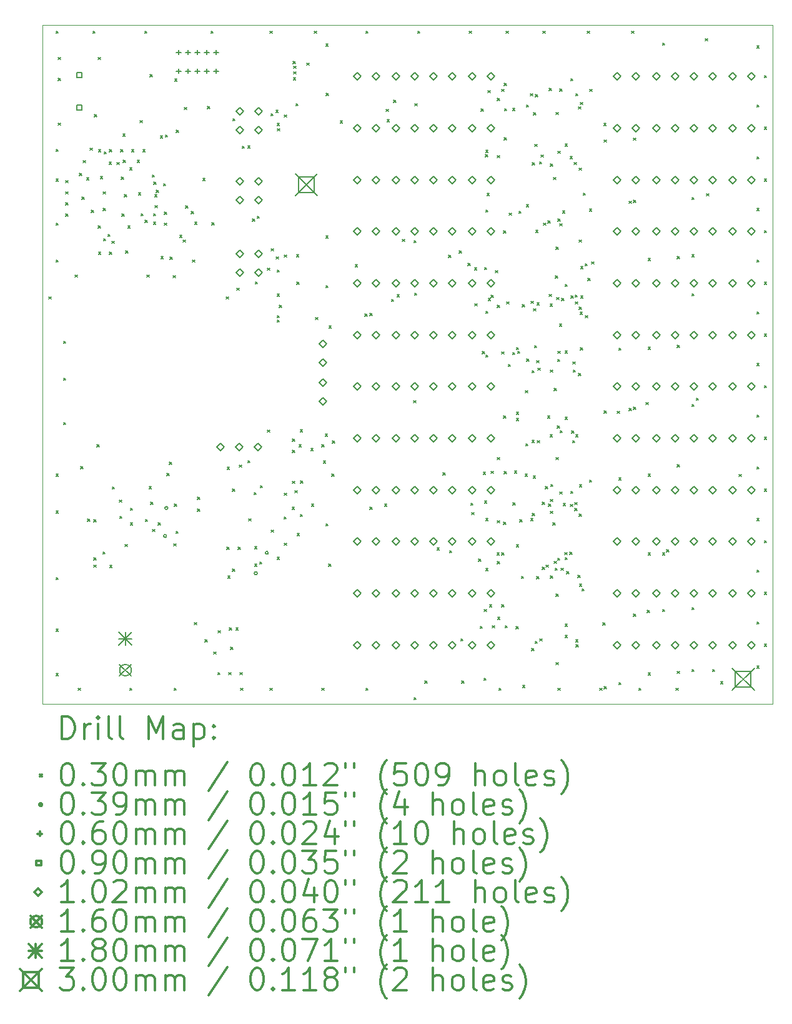
<source format=gbr>
%FSLAX45Y45*%
G04 Gerber Fmt 4.5, Leading zero omitted, Abs format (unit mm)*
G04 Created by KiCad (PCBNEW (2014-10-18 BZR 5203)-product) date 11/17/2014 11:17:52 AM*
%MOMM*%
G01*
G04 APERTURE LIST*
%ADD10C,0.127000*%
%ADD11C,0.100000*%
%ADD12C,0.200000*%
%ADD13C,0.300000*%
G04 APERTURE END LIST*
D10*
D11*
X18500000Y-5400000D02*
X8600000Y-5400000D01*
X18500000Y-14600000D02*
X18500000Y-5400000D01*
X8600000Y-14600000D02*
X18500000Y-14600000D01*
X8600000Y-5400000D02*
X8600000Y-14600000D01*
D12*
X8685000Y-9085000D02*
X8715000Y-9115000D01*
X8715000Y-9085000D02*
X8685000Y-9115000D01*
X8785000Y-5485000D02*
X8815000Y-5515000D01*
X8815000Y-5485000D02*
X8785000Y-5515000D01*
X8785000Y-7085000D02*
X8815000Y-7115000D01*
X8815000Y-7085000D02*
X8785000Y-7115000D01*
X8785000Y-7485000D02*
X8815000Y-7515000D01*
X8815000Y-7485000D02*
X8785000Y-7515000D01*
X8785000Y-8085000D02*
X8815000Y-8115000D01*
X8815000Y-8085000D02*
X8785000Y-8115000D01*
X8785000Y-8585000D02*
X8815000Y-8615000D01*
X8815000Y-8585000D02*
X8785000Y-8615000D01*
X8785000Y-11485000D02*
X8815000Y-11515000D01*
X8815000Y-11485000D02*
X8785000Y-11515000D01*
X8785000Y-11985000D02*
X8815000Y-12015000D01*
X8815000Y-11985000D02*
X8785000Y-12015000D01*
X8785000Y-12885000D02*
X8815000Y-12915000D01*
X8815000Y-12885000D02*
X8785000Y-12915000D01*
X8785000Y-13585000D02*
X8815000Y-13615000D01*
X8815000Y-13585000D02*
X8785000Y-13615000D01*
X8785000Y-14185000D02*
X8815000Y-14215000D01*
X8815000Y-14185000D02*
X8785000Y-14215000D01*
X8812500Y-5840000D02*
X8842500Y-5870000D01*
X8842500Y-5840000D02*
X8812500Y-5870000D01*
X8812500Y-6125000D02*
X8842500Y-6155000D01*
X8842500Y-6125000D02*
X8812500Y-6155000D01*
X8812500Y-6730000D02*
X8842500Y-6760000D01*
X8842500Y-6730000D02*
X8812500Y-6760000D01*
X8885000Y-9685000D02*
X8915000Y-9715000D01*
X8915000Y-9685000D02*
X8885000Y-9715000D01*
X8885000Y-10185000D02*
X8915000Y-10215000D01*
X8915000Y-10185000D02*
X8885000Y-10215000D01*
X8885000Y-10785000D02*
X8915000Y-10815000D01*
X8915000Y-10785000D02*
X8885000Y-10815000D01*
X8915042Y-7510000D02*
X8945042Y-7540000D01*
X8945042Y-7510000D02*
X8915042Y-7540000D01*
X8915042Y-7660000D02*
X8945042Y-7690000D01*
X8945042Y-7660000D02*
X8915042Y-7690000D01*
X8915042Y-7810000D02*
X8945042Y-7840000D01*
X8945042Y-7810000D02*
X8915042Y-7840000D01*
X8915042Y-7960000D02*
X8945042Y-7990000D01*
X8945042Y-7960000D02*
X8915042Y-7990000D01*
X9040042Y-8785000D02*
X9070042Y-8815000D01*
X9070042Y-8785000D02*
X9040042Y-8815000D01*
X9085000Y-14385000D02*
X9115000Y-14415000D01*
X9115000Y-14385000D02*
X9085000Y-14415000D01*
X9100280Y-7411580D02*
X9130280Y-7441580D01*
X9130280Y-7411580D02*
X9100280Y-7441580D01*
X9118000Y-11382822D02*
X9148000Y-11412822D01*
X9148000Y-11382822D02*
X9118000Y-11412822D01*
X9135000Y-7735000D02*
X9165000Y-7765000D01*
X9165000Y-7735000D02*
X9135000Y-7765000D01*
X9152110Y-7238810D02*
X9182110Y-7268810D01*
X9182110Y-7238810D02*
X9152110Y-7268810D01*
X9200610Y-7471750D02*
X9230610Y-7501750D01*
X9230610Y-7471750D02*
X9200610Y-7501750D01*
X9213076Y-12094000D02*
X9243076Y-12124000D01*
X9243076Y-12094000D02*
X9213076Y-12124000D01*
X9247360Y-7068550D02*
X9277360Y-7098550D01*
X9277360Y-7068550D02*
X9247360Y-7098550D01*
X9264270Y-7909780D02*
X9294270Y-7939780D01*
X9294270Y-7909780D02*
X9264270Y-7939780D01*
X9285000Y-5485000D02*
X9315000Y-5515000D01*
X9315000Y-5485000D02*
X9285000Y-5515000D01*
X9294000Y-12619000D02*
X9324000Y-12649000D01*
X9324000Y-12619000D02*
X9294000Y-12649000D01*
X9294000Y-12714000D02*
X9324000Y-12744000D01*
X9324000Y-12714000D02*
X9294000Y-12744000D01*
X9296760Y-12103580D02*
X9326760Y-12133580D01*
X9326760Y-12103580D02*
X9296760Y-12133580D01*
X9306800Y-6614400D02*
X9336800Y-6644400D01*
X9336800Y-6614400D02*
X9306800Y-6644400D01*
X9339190Y-11087300D02*
X9369190Y-11117300D01*
X9369190Y-11087300D02*
X9339190Y-11117300D01*
X9357500Y-5840000D02*
X9387500Y-5870000D01*
X9387500Y-5840000D02*
X9357500Y-5870000D01*
X9357550Y-8121880D02*
X9387550Y-8151880D01*
X9387550Y-8121880D02*
X9357550Y-8151880D01*
X9360000Y-7090042D02*
X9390000Y-7120042D01*
X9390000Y-7090042D02*
X9360000Y-7120042D01*
X9360000Y-8479958D02*
X9390000Y-8509958D01*
X9390000Y-8479958D02*
X9360000Y-8509958D01*
X9383890Y-7455650D02*
X9413890Y-7485650D01*
X9413890Y-7455650D02*
X9383890Y-7485650D01*
X9420450Y-12537400D02*
X9450450Y-12567400D01*
X9450450Y-12537400D02*
X9420450Y-12567400D01*
X9423130Y-7662150D02*
X9453130Y-7692150D01*
X9453130Y-7662150D02*
X9423130Y-7692150D01*
X9423130Y-7883890D02*
X9453130Y-7913890D01*
X9453130Y-7883890D02*
X9423130Y-7913890D01*
X9428160Y-8295210D02*
X9458160Y-8325210D01*
X9458160Y-8295210D02*
X9428160Y-8325210D01*
X9435000Y-7118680D02*
X9465000Y-7148680D01*
X9465000Y-7118680D02*
X9435000Y-7148680D01*
X9485000Y-8235000D02*
X9515000Y-8265000D01*
X9515000Y-8235000D02*
X9485000Y-8265000D01*
X9503560Y-7257450D02*
X9533560Y-7287450D01*
X9533560Y-7257450D02*
X9503560Y-7287450D01*
X9510000Y-7090042D02*
X9540000Y-7120042D01*
X9540000Y-7090042D02*
X9510000Y-7120042D01*
X9510000Y-8479958D02*
X9540000Y-8509958D01*
X9540000Y-8479958D02*
X9510000Y-8509958D01*
X9513000Y-12719042D02*
X9543000Y-12749042D01*
X9543000Y-12719042D02*
X9513000Y-12749042D01*
X9541310Y-8327890D02*
X9571310Y-8357890D01*
X9571310Y-8327890D02*
X9541310Y-8357890D01*
X9544990Y-11657770D02*
X9574990Y-11687770D01*
X9574990Y-11657770D02*
X9544990Y-11687770D01*
X9608760Y-7261120D02*
X9638760Y-7291120D01*
X9638760Y-7261120D02*
X9608760Y-7291120D01*
X9643000Y-11833958D02*
X9673000Y-11863958D01*
X9673000Y-11833958D02*
X9643000Y-11863958D01*
X9646650Y-12055840D02*
X9676650Y-12085840D01*
X9676650Y-12055840D02*
X9646650Y-12085840D01*
X9660000Y-7090042D02*
X9690000Y-7120042D01*
X9690000Y-7090042D02*
X9660000Y-7120042D01*
X9668780Y-7461990D02*
X9698780Y-7491990D01*
X9698780Y-7461990D02*
X9668780Y-7491990D01*
X9678780Y-7963140D02*
X9708780Y-7993140D01*
X9708780Y-7963140D02*
X9678780Y-7993140D01*
X9690480Y-6878290D02*
X9720480Y-6908290D01*
X9720480Y-6878290D02*
X9690480Y-6908290D01*
X9692790Y-7234310D02*
X9722790Y-7264310D01*
X9722790Y-7234310D02*
X9692790Y-7264310D01*
X9710410Y-7699490D02*
X9740410Y-7729490D01*
X9740410Y-7699490D02*
X9710410Y-7729490D01*
X9719190Y-12434530D02*
X9749190Y-12464530D01*
X9749190Y-12434530D02*
X9719190Y-12464530D01*
X9727690Y-8461300D02*
X9757690Y-8491300D01*
X9757690Y-8461300D02*
X9727690Y-8491300D01*
X9755950Y-8121460D02*
X9785950Y-8151460D01*
X9785950Y-8121460D02*
X9755950Y-8151460D01*
X9785000Y-7335000D02*
X9815000Y-7365000D01*
X9815000Y-7335000D02*
X9785000Y-7365000D01*
X9785000Y-14385000D02*
X9815000Y-14415000D01*
X9815000Y-14385000D02*
X9785000Y-14415000D01*
X9793000Y-11944042D02*
X9823000Y-11974042D01*
X9823000Y-11944042D02*
X9793000Y-11974042D01*
X9793000Y-12144042D02*
X9823000Y-12174042D01*
X9823000Y-12144042D02*
X9793000Y-12174042D01*
X9810000Y-7090042D02*
X9840000Y-7120042D01*
X9840000Y-7090042D02*
X9810000Y-7120042D01*
X9885000Y-7234140D02*
X9915000Y-7264140D01*
X9915000Y-7234140D02*
X9885000Y-7264140D01*
X9900220Y-7675640D02*
X9930220Y-7705640D01*
X9930220Y-7675640D02*
X9900220Y-7705640D01*
X9922280Y-6696630D02*
X9952280Y-6726630D01*
X9952280Y-6696630D02*
X9922280Y-6726630D01*
X9934700Y-7957990D02*
X9964700Y-7987990D01*
X9964700Y-7957990D02*
X9934700Y-7987990D01*
X9960000Y-7090042D02*
X9990000Y-7120042D01*
X9990000Y-7090042D02*
X9960000Y-7120042D01*
X9985000Y-5485000D02*
X10015000Y-5515000D01*
X10015000Y-5485000D02*
X9985000Y-5515000D01*
X9991580Y-8048100D02*
X10021580Y-8078100D01*
X10021580Y-8048100D02*
X9991580Y-8078100D01*
X9994770Y-12096480D02*
X10024770Y-12126480D01*
X10024770Y-12096480D02*
X9994770Y-12126480D01*
X10015042Y-8785000D02*
X10045042Y-8815000D01*
X10045042Y-8785000D02*
X10015042Y-8815000D01*
X10045500Y-11651270D02*
X10075500Y-11681270D01*
X10075500Y-11651270D02*
X10045500Y-11681270D01*
X10058450Y-6071750D02*
X10088450Y-6101750D01*
X10088450Y-6071750D02*
X10058450Y-6101750D01*
X10068000Y-11864000D02*
X10098000Y-11894000D01*
X10098000Y-11864000D02*
X10068000Y-11894000D01*
X10087470Y-7433040D02*
X10117470Y-7463040D01*
X10117470Y-7433040D02*
X10087470Y-7463040D01*
X10093000Y-12233958D02*
X10123000Y-12263958D01*
X10123000Y-12233958D02*
X10093000Y-12263958D01*
X10103620Y-7956420D02*
X10133620Y-7986420D01*
X10133620Y-7956420D02*
X10103620Y-7986420D01*
X10106330Y-8073080D02*
X10136330Y-8103080D01*
X10136330Y-8073080D02*
X10106330Y-8103080D01*
X10108600Y-7531390D02*
X10138600Y-7561390D01*
X10138600Y-7531390D02*
X10108600Y-7561390D01*
X10120010Y-7697110D02*
X10150010Y-7727110D01*
X10150010Y-7697110D02*
X10120010Y-7727110D01*
X10127560Y-7848190D02*
X10157560Y-7878190D01*
X10157560Y-7848190D02*
X10127560Y-7878190D01*
X10143120Y-7638430D02*
X10173120Y-7668430D01*
X10173120Y-7638430D02*
X10143120Y-7668430D01*
X10168940Y-12143980D02*
X10198940Y-12173980D01*
X10198940Y-12143980D02*
X10168940Y-12173980D01*
X10196580Y-6903240D02*
X10226580Y-6933240D01*
X10226580Y-6903240D02*
X10196580Y-6933240D01*
X10205130Y-8538870D02*
X10235130Y-8568870D01*
X10235130Y-8538870D02*
X10205130Y-8568870D01*
X10239830Y-7549210D02*
X10269830Y-7579210D01*
X10269830Y-7549210D02*
X10239830Y-7579210D01*
X10254958Y-7935000D02*
X10284958Y-7965000D01*
X10284958Y-7935000D02*
X10254958Y-7965000D01*
X10254958Y-8085000D02*
X10284958Y-8115000D01*
X10284958Y-8085000D02*
X10254958Y-8115000D01*
X10267600Y-6889010D02*
X10297600Y-6919010D01*
X10297600Y-6889010D02*
X10267600Y-6919010D01*
X10285720Y-11473930D02*
X10315720Y-11503930D01*
X10315720Y-11473930D02*
X10285720Y-11503930D01*
X10323000Y-11324250D02*
X10353000Y-11354250D01*
X10353000Y-11324250D02*
X10323000Y-11354250D01*
X10330520Y-8547250D02*
X10360520Y-8577250D01*
X10360520Y-8547250D02*
X10330520Y-8577250D01*
X10372940Y-8794790D02*
X10402940Y-8824790D01*
X10402940Y-8794790D02*
X10372940Y-8824790D01*
X10378250Y-12429000D02*
X10408250Y-12459000D01*
X10408250Y-12429000D02*
X10378250Y-12459000D01*
X10385000Y-14385000D02*
X10415000Y-14415000D01*
X10415000Y-14385000D02*
X10385000Y-14415000D01*
X10386150Y-11889060D02*
X10416150Y-11919060D01*
X10416150Y-11889060D02*
X10386150Y-11919060D01*
X10392630Y-6133000D02*
X10422630Y-6163000D01*
X10422630Y-6133000D02*
X10392630Y-6163000D01*
X10409410Y-12258530D02*
X10439410Y-12288530D01*
X10439410Y-12258530D02*
X10409410Y-12288530D01*
X10413330Y-6824920D02*
X10443330Y-6854920D01*
X10443330Y-6824920D02*
X10413330Y-6854920D01*
X10460040Y-8247740D02*
X10490040Y-8277740D01*
X10490040Y-8247740D02*
X10460040Y-8277740D01*
X10508000Y-8312000D02*
X10538000Y-8342000D01*
X10538000Y-8312000D02*
X10508000Y-8342000D01*
X10524490Y-6518900D02*
X10554490Y-6548900D01*
X10554490Y-6518900D02*
X10524490Y-6548900D01*
X10540000Y-7850000D02*
X10570000Y-7880000D01*
X10570000Y-7850000D02*
X10540000Y-7880000D01*
X10617150Y-7928520D02*
X10647150Y-7958520D01*
X10647150Y-7928520D02*
X10617150Y-7958520D01*
X10635000Y-8585000D02*
X10665000Y-8615000D01*
X10665000Y-8585000D02*
X10635000Y-8615000D01*
X10658200Y-13492580D02*
X10688200Y-13522580D01*
X10688200Y-13492580D02*
X10658200Y-13522580D01*
X10664010Y-8072730D02*
X10694010Y-8102730D01*
X10694010Y-8072730D02*
X10664010Y-8102730D01*
X10701000Y-11795102D02*
X10731000Y-11825102D01*
X10731000Y-11795102D02*
X10701000Y-11825102D01*
X10702780Y-11959830D02*
X10732780Y-11989830D01*
X10732780Y-11959830D02*
X10702780Y-11989830D01*
X10775500Y-7480000D02*
X10805500Y-7510000D01*
X10805500Y-7480000D02*
X10775500Y-7510000D01*
X10804210Y-13727000D02*
X10834210Y-13757000D01*
X10834210Y-13727000D02*
X10804210Y-13757000D01*
X10835000Y-6506190D02*
X10865000Y-6536190D01*
X10865000Y-6506190D02*
X10835000Y-6536190D01*
X10885000Y-5485000D02*
X10915000Y-5515000D01*
X10915000Y-5485000D02*
X10885000Y-5515000D01*
X10896850Y-8077670D02*
X10926850Y-8107670D01*
X10926850Y-8077670D02*
X10896850Y-8107670D01*
X10922740Y-13891200D02*
X10952740Y-13921200D01*
X10952740Y-13891200D02*
X10922740Y-13921200D01*
X10976000Y-14171958D02*
X11006000Y-14201958D01*
X11006000Y-14171958D02*
X10976000Y-14201958D01*
X10980180Y-13605750D02*
X11010180Y-13635750D01*
X11010180Y-13605750D02*
X10980180Y-13635750D01*
X11092090Y-9084550D02*
X11122090Y-9114550D01*
X11122090Y-9084550D02*
X11092090Y-9114550D01*
X11101000Y-12475042D02*
X11131000Y-12505042D01*
X11131000Y-12475042D02*
X11101000Y-12505042D01*
X11102000Y-11390042D02*
X11132000Y-11420042D01*
X11132000Y-11390042D02*
X11102000Y-11420042D01*
X11111000Y-12861500D02*
X11141000Y-12891500D01*
X11141000Y-12861500D02*
X11111000Y-12891500D01*
X11126000Y-14171958D02*
X11156000Y-14201958D01*
X11156000Y-14171958D02*
X11126000Y-14201958D01*
X11131720Y-13564910D02*
X11161720Y-13594910D01*
X11161720Y-13564910D02*
X11131720Y-13594910D01*
X11151000Y-13827000D02*
X11181000Y-13857000D01*
X11181000Y-13827000D02*
X11151000Y-13857000D01*
X11176000Y-12770000D02*
X11206000Y-12800000D01*
X11206000Y-12770000D02*
X11176000Y-12800000D01*
X11177000Y-11685000D02*
X11207000Y-11715000D01*
X11207000Y-11685000D02*
X11177000Y-11715000D01*
X11180700Y-6670710D02*
X11210700Y-6700710D01*
X11210700Y-6670710D02*
X11180700Y-6700710D01*
X11223600Y-13567680D02*
X11253600Y-13597680D01*
X11253600Y-13567680D02*
X11223600Y-13597680D01*
X11235000Y-8965042D02*
X11265000Y-8995042D01*
X11265000Y-8965042D02*
X11235000Y-8995042D01*
X11251000Y-12475042D02*
X11281000Y-12505042D01*
X11281000Y-12475042D02*
X11251000Y-12505042D01*
X11268700Y-11361660D02*
X11298700Y-11391660D01*
X11298700Y-11361660D02*
X11268700Y-11391660D01*
X11276000Y-14171958D02*
X11306000Y-14201958D01*
X11306000Y-14171958D02*
X11276000Y-14201958D01*
X11285000Y-14385000D02*
X11315000Y-14415000D01*
X11315000Y-14385000D02*
X11285000Y-14415000D01*
X11308790Y-7044150D02*
X11338790Y-7074150D01*
X11338790Y-7044150D02*
X11308790Y-7074150D01*
X11382360Y-11300760D02*
X11412360Y-11330760D01*
X11412360Y-11300760D02*
X11382360Y-11330760D01*
X11385000Y-7040042D02*
X11415000Y-7070042D01*
X11415000Y-7040042D02*
X11385000Y-7070042D01*
X11394300Y-12089500D02*
X11424300Y-12119500D01*
X11424300Y-12089500D02*
X11394300Y-12119500D01*
X11447500Y-8027040D02*
X11477500Y-8057040D01*
X11477500Y-8027040D02*
X11447500Y-8057040D01*
X11469620Y-11731790D02*
X11499620Y-11761790D01*
X11499620Y-11731790D02*
X11469620Y-11761790D01*
X11476000Y-12467590D02*
X11506000Y-12497590D01*
X11506000Y-12467590D02*
X11476000Y-12497590D01*
X11476000Y-12703160D02*
X11506000Y-12733160D01*
X11506000Y-12703160D02*
X11476000Y-12733160D01*
X11482990Y-8879150D02*
X11512990Y-8909150D01*
X11512990Y-8879150D02*
X11482990Y-8909150D01*
X11510000Y-7990042D02*
X11540000Y-8020042D01*
X11540000Y-7990042D02*
X11510000Y-8020042D01*
X11542250Y-12672300D02*
X11572250Y-12702300D01*
X11572250Y-12672300D02*
X11542250Y-12702300D01*
X11552000Y-11640042D02*
X11582000Y-11670042D01*
X11582000Y-11640042D02*
X11552000Y-11670042D01*
X11647980Y-8692670D02*
X11677980Y-8722670D01*
X11677980Y-8692670D02*
X11647980Y-8722670D01*
X11650200Y-10886860D02*
X11680200Y-10916860D01*
X11680200Y-10886860D02*
X11650200Y-10916860D01*
X11685000Y-5485000D02*
X11715000Y-5515000D01*
X11715000Y-5485000D02*
X11685000Y-5515000D01*
X11685000Y-14385000D02*
X11715000Y-14415000D01*
X11715000Y-14385000D02*
X11685000Y-14415000D01*
X11695390Y-6601990D02*
X11725390Y-6631990D01*
X11725390Y-6601990D02*
X11695390Y-6631990D01*
X11700000Y-12240042D02*
X11730000Y-12270042D01*
X11730000Y-12240042D02*
X11700000Y-12270042D01*
X11700550Y-8430210D02*
X11730550Y-8460210D01*
X11730550Y-8430210D02*
X11700550Y-8460210D01*
X11763630Y-6555170D02*
X11793630Y-6585170D01*
X11793630Y-6555170D02*
X11763630Y-6585170D01*
X11769830Y-8541030D02*
X11799830Y-8571030D01*
X11799830Y-8541030D02*
X11769830Y-8571030D01*
X11781110Y-9045570D02*
X11811110Y-9075570D01*
X11811110Y-9045570D02*
X11781110Y-9075570D01*
X11783000Y-6733360D02*
X11813000Y-6763360D01*
X11813000Y-6733360D02*
X11783000Y-6763360D01*
X11783000Y-8718070D02*
X11813000Y-8748070D01*
X11813000Y-8718070D02*
X11783000Y-8748070D01*
X11783000Y-9336020D02*
X11813000Y-9366020D01*
X11813000Y-9336020D02*
X11783000Y-9366020D01*
X11783000Y-9394630D02*
X11813000Y-9424630D01*
X11813000Y-9394630D02*
X11783000Y-9424630D01*
X11783000Y-12611110D02*
X11813000Y-12641110D01*
X11813000Y-12611110D02*
X11783000Y-12641110D01*
X11783770Y-6805500D02*
X11813770Y-6835500D01*
X11813770Y-6805500D02*
X11783770Y-6835500D01*
X11810480Y-9195290D02*
X11840480Y-9225290D01*
X11840480Y-9195290D02*
X11810480Y-9225290D01*
X11875830Y-12063820D02*
X11905830Y-12093820D01*
X11905830Y-12063820D02*
X11875830Y-12093820D01*
X11880092Y-6617512D02*
X11910092Y-6647512D01*
X11910092Y-6617512D02*
X11880092Y-6647512D01*
X11880092Y-8517512D02*
X11910092Y-8547512D01*
X11910092Y-8517512D02*
X11880092Y-8547512D01*
X11880092Y-11742512D02*
X11910092Y-11772512D01*
X11910092Y-11742512D02*
X11880092Y-11772512D01*
X11880092Y-12417512D02*
X11910092Y-12447512D01*
X11910092Y-12417512D02*
X11880092Y-12447512D01*
X11985980Y-11934090D02*
X12015980Y-11964090D01*
X12015980Y-11934090D02*
X11985980Y-11964090D01*
X11990042Y-11010000D02*
X12020042Y-11040000D01*
X12020042Y-11010000D02*
X11990042Y-11040000D01*
X11990042Y-11160000D02*
X12020042Y-11190000D01*
X12020042Y-11160000D02*
X11990042Y-11190000D01*
X11990390Y-11581280D02*
X12020390Y-11611280D01*
X12020390Y-11581280D02*
X11990390Y-11611280D01*
X11995350Y-5895720D02*
X12025350Y-5925720D01*
X12025350Y-5895720D02*
X11995350Y-5925720D01*
X12000130Y-6114750D02*
X12030130Y-6144750D01*
X12030130Y-6114750D02*
X12000130Y-6144750D01*
X12005340Y-6035370D02*
X12035340Y-6065370D01*
X12035340Y-6035370D02*
X12005340Y-6065370D01*
X12006690Y-5957180D02*
X12036690Y-5987180D01*
X12036690Y-5957180D02*
X12006690Y-5987180D01*
X12020700Y-11708680D02*
X12050700Y-11738680D01*
X12050700Y-11708680D02*
X12020700Y-11738680D01*
X12035460Y-6465640D02*
X12065460Y-6495640D01*
X12065460Y-6465640D02*
X12035460Y-6495640D01*
X12042620Y-8513940D02*
X12072620Y-8543940D01*
X12072620Y-8513940D02*
X12042620Y-8543940D01*
X12047000Y-8882460D02*
X12077000Y-8912460D01*
X12077000Y-8882460D02*
X12047000Y-8912460D01*
X12053300Y-12287490D02*
X12083300Y-12317490D01*
X12083300Y-12287490D02*
X12053300Y-12317490D01*
X12078090Y-11085000D02*
X12108090Y-11115000D01*
X12108090Y-11085000D02*
X12078090Y-11115000D01*
X12094780Y-12028290D02*
X12124780Y-12058290D01*
X12124780Y-12028290D02*
X12094780Y-12058290D01*
X12095630Y-10883330D02*
X12125630Y-10913330D01*
X12125630Y-10883330D02*
X12095630Y-10913330D01*
X12099950Y-11576790D02*
X12129950Y-11606790D01*
X12129950Y-11576790D02*
X12099950Y-11606790D01*
X12184110Y-5917930D02*
X12214110Y-5947930D01*
X12214110Y-5917930D02*
X12184110Y-5947930D01*
X12240000Y-11135000D02*
X12270000Y-11165000D01*
X12270000Y-11135000D02*
X12240000Y-11165000D01*
X12245400Y-11889060D02*
X12275400Y-11919060D01*
X12275400Y-11889060D02*
X12245400Y-11919060D01*
X12285000Y-5485000D02*
X12315000Y-5515000D01*
X12315000Y-5485000D02*
X12285000Y-5515000D01*
X12302210Y-9362960D02*
X12332210Y-9392960D01*
X12332210Y-9362960D02*
X12302210Y-9392960D01*
X12385000Y-11085000D02*
X12415000Y-11115000D01*
X12415000Y-11085000D02*
X12385000Y-11115000D01*
X12385000Y-14385000D02*
X12415000Y-14415000D01*
X12415000Y-14385000D02*
X12385000Y-14415000D01*
X12408930Y-11306270D02*
X12438930Y-11336270D01*
X12438930Y-11306270D02*
X12408930Y-11336270D01*
X12435000Y-10940000D02*
X12465000Y-10970000D01*
X12465000Y-10940000D02*
X12435000Y-10970000D01*
X12439908Y-5657416D02*
X12469908Y-5687416D01*
X12469908Y-5657416D02*
X12439908Y-5687416D01*
X12439908Y-8257416D02*
X12469908Y-8287416D01*
X12469908Y-8257416D02*
X12439908Y-8287416D01*
X12439908Y-8932416D02*
X12469908Y-8962416D01*
X12469908Y-8932416D02*
X12439908Y-8962416D01*
X12439908Y-12157416D02*
X12469908Y-12187416D01*
X12469908Y-12157416D02*
X12439908Y-12187416D01*
X12445220Y-6327890D02*
X12475220Y-6357890D01*
X12475220Y-6327890D02*
X12445220Y-6357890D01*
X12478520Y-12704300D02*
X12508520Y-12734300D01*
X12508520Y-12704300D02*
X12478520Y-12734300D01*
X12482800Y-9478310D02*
X12512800Y-9508310D01*
X12512800Y-9478310D02*
X12482800Y-9508310D01*
X12523710Y-11484340D02*
X12553710Y-11514340D01*
X12553710Y-11484340D02*
X12523710Y-11514340D01*
X12530000Y-11035000D02*
X12560000Y-11065000D01*
X12560000Y-11035000D02*
X12530000Y-11065000D01*
X12636570Y-6700850D02*
X12666570Y-6730850D01*
X12666570Y-6700850D02*
X12636570Y-6730850D01*
X12840600Y-8647560D02*
X12870600Y-8677560D01*
X12870600Y-8647560D02*
X12840600Y-8677560D01*
X12971140Y-9315510D02*
X13001140Y-9345510D01*
X13001140Y-9315510D02*
X12971140Y-9345510D01*
X12985000Y-5485000D02*
X13015000Y-5515000D01*
X13015000Y-5485000D02*
X12985000Y-5515000D01*
X12985000Y-14385000D02*
X13015000Y-14415000D01*
X13015000Y-14385000D02*
X12985000Y-14415000D01*
X13039000Y-9306730D02*
X13069000Y-9336730D01*
X13069000Y-9306730D02*
X13039000Y-9336730D01*
X13039000Y-11933670D02*
X13069000Y-11963670D01*
X13069000Y-11933670D02*
X13039000Y-11963670D01*
X13237400Y-11891630D02*
X13267400Y-11921630D01*
X13267400Y-11891630D02*
X13237400Y-11921630D01*
X13256490Y-6543670D02*
X13286490Y-6573670D01*
X13286490Y-6543670D02*
X13256490Y-6573670D01*
X13272090Y-6682150D02*
X13302090Y-6712150D01*
X13302090Y-6682150D02*
X13272090Y-6712150D01*
X13331250Y-9116300D02*
X13361250Y-9146300D01*
X13361250Y-9116300D02*
X13331250Y-9146300D01*
X13359930Y-6422290D02*
X13389930Y-6452290D01*
X13389930Y-6422290D02*
X13359930Y-6452290D01*
X13407750Y-9053830D02*
X13437750Y-9083830D01*
X13437750Y-9053830D02*
X13407750Y-9083830D01*
X13478360Y-8304420D02*
X13508360Y-8334420D01*
X13508360Y-8304420D02*
X13478360Y-8334420D01*
X13633120Y-10487060D02*
X13663120Y-10517060D01*
X13663120Y-10487060D02*
X13633120Y-10517060D01*
X13634200Y-8321280D02*
X13664200Y-8351280D01*
X13664200Y-8321280D02*
X13634200Y-8351280D01*
X13634200Y-14511890D02*
X13664200Y-14541890D01*
X13664200Y-14511890D02*
X13634200Y-14541890D01*
X13642960Y-9033580D02*
X13672960Y-9063580D01*
X13672960Y-9033580D02*
X13642960Y-9063580D01*
X13645930Y-6468800D02*
X13675930Y-6498800D01*
X13675930Y-6468800D02*
X13645930Y-6498800D01*
X13685000Y-5485000D02*
X13715000Y-5515000D01*
X13715000Y-5485000D02*
X13685000Y-5515000D01*
X13785000Y-14285000D02*
X13815000Y-14315000D01*
X13815000Y-14285000D02*
X13785000Y-14315000D01*
X13947500Y-12481810D02*
X13977500Y-12511810D01*
X13977500Y-12481810D02*
X13947500Y-12511810D01*
X14031000Y-11464520D02*
X14061000Y-11494520D01*
X14061000Y-11464520D02*
X14031000Y-11494520D01*
X14105780Y-8522400D02*
X14135780Y-8552400D01*
X14135780Y-8522400D02*
X14105780Y-8552400D01*
X14119820Y-12522000D02*
X14149820Y-12552000D01*
X14149820Y-12522000D02*
X14119820Y-12552000D01*
X14248420Y-8461000D02*
X14278420Y-8491000D01*
X14278420Y-8461000D02*
X14248420Y-8491000D01*
X14269550Y-13716060D02*
X14299550Y-13746060D01*
X14299550Y-13716060D02*
X14269550Y-13746060D01*
X14285000Y-14285000D02*
X14315000Y-14315000D01*
X14315000Y-14285000D02*
X14285000Y-14315000D01*
X14367630Y-8628640D02*
X14397630Y-8658640D01*
X14397630Y-8628640D02*
X14367630Y-8658640D01*
X14385000Y-5485000D02*
X14415000Y-5515000D01*
X14415000Y-5485000D02*
X14385000Y-5515000D01*
X14406020Y-11878120D02*
X14436020Y-11908120D01*
X14436020Y-11878120D02*
X14406020Y-11908120D01*
X14416820Y-12005990D02*
X14446820Y-12035990D01*
X14446820Y-12005990D02*
X14416820Y-12035990D01*
X14457360Y-8691320D02*
X14487360Y-8721320D01*
X14487360Y-8691320D02*
X14457360Y-8721320D01*
X14461060Y-9178240D02*
X14491060Y-9208240D01*
X14491060Y-9178240D02*
X14461060Y-9208240D01*
X14513670Y-12632800D02*
X14543670Y-12662800D01*
X14543670Y-12632800D02*
X14513670Y-12662800D01*
X14534180Y-13546350D02*
X14564180Y-13576350D01*
X14564180Y-13546350D02*
X14534180Y-13576350D01*
X14545990Y-6536840D02*
X14575990Y-6566840D01*
X14575990Y-6536840D02*
X14545990Y-6566840D01*
X14562870Y-9822710D02*
X14592870Y-9852710D01*
X14592870Y-9822710D02*
X14562870Y-9852710D01*
X14575920Y-11458990D02*
X14605920Y-11488990D01*
X14605920Y-11458990D02*
X14575920Y-11488990D01*
X14582240Y-14248120D02*
X14612240Y-14278120D01*
X14612240Y-14248120D02*
X14582240Y-14278120D01*
X14587940Y-13316630D02*
X14617940Y-13346630D01*
X14617940Y-13316630D02*
X14587940Y-13346630D01*
X14593000Y-11847280D02*
X14623000Y-11877280D01*
X14623000Y-11847280D02*
X14593000Y-11877280D01*
X14593830Y-8686090D02*
X14623830Y-8716090D01*
X14623830Y-8686090D02*
X14593830Y-8716090D01*
X14605190Y-7157060D02*
X14635190Y-7187060D01*
X14635190Y-7157060D02*
X14605190Y-7187060D01*
X14610000Y-7097170D02*
X14640000Y-7127170D01*
X14640000Y-7097170D02*
X14610000Y-7127170D01*
X14610000Y-7907730D02*
X14640000Y-7937730D01*
X14640000Y-7907730D02*
X14610000Y-7937730D01*
X14610000Y-9278230D02*
X14640000Y-9308230D01*
X14640000Y-9278230D02*
X14610000Y-9308230D01*
X14610000Y-9872230D02*
X14640000Y-9902230D01*
X14640000Y-9872230D02*
X14610000Y-9902230D01*
X14610000Y-12085820D02*
X14640000Y-12115820D01*
X14640000Y-12085820D02*
X14610000Y-12115820D01*
X14610000Y-12763220D02*
X14640000Y-12793220D01*
X14640000Y-12763220D02*
X14610000Y-12793220D01*
X14626200Y-7679820D02*
X14656200Y-7709820D01*
X14656200Y-7679820D02*
X14626200Y-7709820D01*
X14640930Y-6287440D02*
X14670930Y-6317440D01*
X14670930Y-6287440D02*
X14640930Y-6317440D01*
X14643150Y-9102670D02*
X14673150Y-9132670D01*
X14673150Y-9102670D02*
X14643150Y-9132670D01*
X14660140Y-13251910D02*
X14690140Y-13281910D01*
X14690140Y-13251910D02*
X14660140Y-13281910D01*
X14680120Y-9060950D02*
X14710120Y-9090950D01*
X14710120Y-9060950D02*
X14680120Y-9090950D01*
X14682120Y-11447290D02*
X14712120Y-11477290D01*
X14712120Y-11447290D02*
X14682120Y-11477290D01*
X14698670Y-13537890D02*
X14728670Y-13567890D01*
X14728670Y-13537890D02*
X14698670Y-13567890D01*
X14741330Y-8726660D02*
X14771330Y-8756660D01*
X14771330Y-8726660D02*
X14741330Y-8756660D01*
X14761040Y-12548160D02*
X14791040Y-12578160D01*
X14791040Y-12548160D02*
X14761040Y-12578160D01*
X14765220Y-6393470D02*
X14795220Y-6423470D01*
X14795220Y-6393470D02*
X14765220Y-6423470D01*
X14765220Y-7169370D02*
X14795220Y-7199370D01*
X14795220Y-7169370D02*
X14765220Y-7199370D01*
X14765220Y-9196550D02*
X14795220Y-9226550D01*
X14795220Y-9196550D02*
X14765220Y-9226550D01*
X14765220Y-11257710D02*
X14795220Y-11287710D01*
X14795220Y-11257710D02*
X14765220Y-11287710D01*
X14765220Y-12112700D02*
X14795220Y-12142700D01*
X14795220Y-12112700D02*
X14765220Y-12142700D01*
X14765220Y-12666870D02*
X14795220Y-12696870D01*
X14795220Y-12666870D02*
X14765220Y-12696870D01*
X14768890Y-13422520D02*
X14798890Y-13452520D01*
X14798890Y-13422520D02*
X14768890Y-13452520D01*
X14785000Y-14385000D02*
X14815000Y-14415000D01*
X14815000Y-14385000D02*
X14785000Y-14415000D01*
X14824600Y-6273310D02*
X14854600Y-6303310D01*
X14854600Y-6273310D02*
X14824600Y-6303310D01*
X14824600Y-9827270D02*
X14854600Y-9857270D01*
X14854600Y-9827270D02*
X14824600Y-9857270D01*
X14824600Y-12548140D02*
X14854600Y-12578140D01*
X14854600Y-12548140D02*
X14824600Y-12578140D01*
X14824600Y-13254830D02*
X14854600Y-13284830D01*
X14854600Y-13254830D02*
X14824600Y-13284830D01*
X14848430Y-12133370D02*
X14878430Y-12163370D01*
X14878430Y-12133370D02*
X14848430Y-12163370D01*
X14850180Y-10695860D02*
X14880180Y-10725860D01*
X14880180Y-10695860D02*
X14850180Y-10725860D01*
X14850350Y-8188870D02*
X14880350Y-8218870D01*
X14880350Y-8188870D02*
X14850350Y-8218870D01*
X14857140Y-11450390D02*
X14887140Y-11480390D01*
X14887140Y-11450390D02*
X14857140Y-11480390D01*
X14857250Y-6929480D02*
X14887250Y-6959480D01*
X14887250Y-6929480D02*
X14857250Y-6959480D01*
X14859970Y-6189630D02*
X14889970Y-6219630D01*
X14889970Y-6189630D02*
X14859970Y-6219630D01*
X14864420Y-6535680D02*
X14894420Y-6565680D01*
X14894420Y-6535680D02*
X14864420Y-6565680D01*
X14871410Y-13536760D02*
X14901410Y-13566760D01*
X14901410Y-13536760D02*
X14871410Y-13566760D01*
X14885000Y-5485000D02*
X14915000Y-5515000D01*
X14915000Y-5485000D02*
X14885000Y-5515000D01*
X14894390Y-9152740D02*
X14924390Y-9182740D01*
X14924390Y-9152740D02*
X14894390Y-9182740D01*
X14912520Y-9998750D02*
X14942520Y-10028750D01*
X14942520Y-9998750D02*
X14912520Y-10028750D01*
X14924740Y-7948880D02*
X14954740Y-7978880D01*
X14954740Y-7948880D02*
X14924740Y-7978880D01*
X14972590Y-9834940D02*
X15002590Y-9864940D01*
X15002590Y-9834940D02*
X14972590Y-9864940D01*
X14973680Y-6532770D02*
X15003680Y-6562770D01*
X15003680Y-6532770D02*
X14973680Y-6562770D01*
X14978350Y-11874050D02*
X15008350Y-11904050D01*
X15008350Y-11874050D02*
X14978350Y-11904050D01*
X14998180Y-11441160D02*
X15028180Y-11471160D01*
X15028180Y-11441160D02*
X14998180Y-11471160D01*
X15018460Y-13550890D02*
X15048460Y-13580890D01*
X15048460Y-13550890D02*
X15018460Y-13580890D01*
X15023000Y-10646420D02*
X15053000Y-10676420D01*
X15053000Y-10646420D02*
X15023000Y-10676420D01*
X15023000Y-10729500D02*
X15053000Y-10759500D01*
X15053000Y-10729500D02*
X15023000Y-10759500D01*
X15023000Y-12442290D02*
X15053000Y-12472290D01*
X15053000Y-12442290D02*
X15023000Y-12472290D01*
X15024780Y-9767920D02*
X15054780Y-9797920D01*
X15054780Y-9767920D02*
X15024780Y-9797920D01*
X15041450Y-9821730D02*
X15071450Y-9851730D01*
X15071450Y-9821730D02*
X15041450Y-9851730D01*
X15056810Y-7924130D02*
X15086810Y-7954130D01*
X15086810Y-7924130D02*
X15056810Y-7954130D01*
X15068590Y-12099850D02*
X15098590Y-12129850D01*
X15098590Y-12099850D02*
X15068590Y-12129850D01*
X15093350Y-12866760D02*
X15123350Y-12896760D01*
X15123350Y-12866760D02*
X15093350Y-12896760D01*
X15106510Y-9189210D02*
X15136510Y-9219210D01*
X15136510Y-9189210D02*
X15106510Y-9219210D01*
X15106840Y-14346040D02*
X15136840Y-14376040D01*
X15136840Y-14346040D02*
X15106840Y-14376040D01*
X15142870Y-11484580D02*
X15172870Y-11514580D01*
X15172870Y-11484580D02*
X15142870Y-11514580D01*
X15148470Y-10352560D02*
X15178470Y-10382560D01*
X15178470Y-10352560D02*
X15148470Y-10382560D01*
X15150910Y-11073000D02*
X15180910Y-11103000D01*
X15180910Y-11073000D02*
X15150910Y-11103000D01*
X15158800Y-7834550D02*
X15188800Y-7864550D01*
X15188800Y-7834550D02*
X15158800Y-7864550D01*
X15160260Y-6482860D02*
X15190260Y-6512860D01*
X15190260Y-6482860D02*
X15160260Y-6512860D01*
X15164740Y-9926780D02*
X15194740Y-9956780D01*
X15194740Y-9926780D02*
X15164740Y-9956780D01*
X15214560Y-6330980D02*
X15244560Y-6360980D01*
X15244560Y-6330980D02*
X15214560Y-6360980D01*
X15217600Y-12084810D02*
X15247600Y-12114810D01*
X15247600Y-12084810D02*
X15217600Y-12114810D01*
X15223420Y-9141500D02*
X15253420Y-9171500D01*
X15253420Y-9141500D02*
X15223420Y-9171500D01*
X15231510Y-13845240D02*
X15261510Y-13875240D01*
X15261510Y-13845240D02*
X15231510Y-13875240D01*
X15234240Y-11026030D02*
X15264240Y-11056030D01*
X15264240Y-11026030D02*
X15234240Y-11056030D01*
X15236280Y-10082880D02*
X15266280Y-10112880D01*
X15266280Y-10082880D02*
X15236280Y-10112880D01*
X15238450Y-7269290D02*
X15268450Y-7299290D01*
X15268450Y-7269290D02*
X15238450Y-7299290D01*
X15239300Y-12014800D02*
X15269300Y-12044800D01*
X15269300Y-12014800D02*
X15239300Y-12044800D01*
X15254320Y-11510430D02*
X15284320Y-11540430D01*
X15284320Y-11510430D02*
X15254320Y-11540430D01*
X15255430Y-6590600D02*
X15285430Y-6620600D01*
X15285430Y-6590600D02*
X15255430Y-6620600D01*
X15256450Y-9245890D02*
X15286450Y-9275890D01*
X15286450Y-9245890D02*
X15256450Y-9275890D01*
X15269430Y-9745060D02*
X15299430Y-9775060D01*
X15299430Y-9745060D02*
X15269430Y-9775060D01*
X15274180Y-7018620D02*
X15304180Y-7048620D01*
X15304180Y-7018620D02*
X15274180Y-7048620D01*
X15279810Y-13746760D02*
X15309810Y-13776760D01*
X15309810Y-13746760D02*
X15279810Y-13776760D01*
X15284320Y-6342890D02*
X15314320Y-6372890D01*
X15314320Y-6342890D02*
X15284320Y-6372890D01*
X15286930Y-8182310D02*
X15316930Y-8212310D01*
X15316930Y-8182310D02*
X15286930Y-8212310D01*
X15298560Y-9946930D02*
X15328560Y-9976930D01*
X15328560Y-9946930D02*
X15298560Y-9976930D01*
X15299060Y-12872260D02*
X15329060Y-12902260D01*
X15329060Y-12872260D02*
X15299060Y-12902260D01*
X15302690Y-9165210D02*
X15332690Y-9195210D01*
X15332690Y-9165210D02*
X15302690Y-9195210D01*
X15305430Y-11029940D02*
X15335430Y-11059940D01*
X15335430Y-11029940D02*
X15305430Y-11059940D01*
X15316390Y-10049620D02*
X15346390Y-10079620D01*
X15346390Y-10049620D02*
X15316390Y-10079620D01*
X15336270Y-7253510D02*
X15366270Y-7283510D01*
X15366270Y-7253510D02*
X15336270Y-7283510D01*
X15339260Y-13715090D02*
X15369260Y-13745090D01*
X15369260Y-13715090D02*
X15339260Y-13745090D01*
X15360450Y-7162480D02*
X15390450Y-7192480D01*
X15390450Y-7162480D02*
X15360450Y-7192480D01*
X15374640Y-11865280D02*
X15404640Y-11895280D01*
X15404640Y-11865280D02*
X15374640Y-11895280D01*
X15374640Y-12743710D02*
X15404640Y-12773710D01*
X15404640Y-12743710D02*
X15374640Y-12773710D01*
X15385000Y-5485000D02*
X15415000Y-5515000D01*
X15415000Y-5485000D02*
X15385000Y-5515000D01*
X15394390Y-8082410D02*
X15424390Y-8112410D01*
X15424390Y-8082410D02*
X15394390Y-8112410D01*
X15415760Y-11652490D02*
X15445760Y-11682490D01*
X15445760Y-11652490D02*
X15415760Y-11682490D01*
X15426130Y-12716520D02*
X15456130Y-12746520D01*
X15456130Y-12716520D02*
X15426130Y-12746520D01*
X15445890Y-10696670D02*
X15475890Y-10726670D01*
X15475890Y-10696670D02*
X15445890Y-10726670D01*
X15450150Y-8055850D02*
X15480150Y-8085850D01*
X15480150Y-8055850D02*
X15450150Y-8085850D01*
X15458220Y-11887880D02*
X15488220Y-11917880D01*
X15488220Y-11887880D02*
X15458220Y-11917880D01*
X15466590Y-9048340D02*
X15496590Y-9078340D01*
X15496590Y-9048340D02*
X15466590Y-9078340D01*
X15468030Y-6258960D02*
X15498030Y-6288960D01*
X15498030Y-6258960D02*
X15468030Y-6288960D01*
X15481790Y-9180820D02*
X15511790Y-9210820D01*
X15511790Y-9180820D02*
X15481790Y-9210820D01*
X15482670Y-10950750D02*
X15512670Y-10980750D01*
X15512670Y-10950750D02*
X15482670Y-10980750D01*
X15483570Y-7283940D02*
X15513570Y-7313940D01*
X15513570Y-7283940D02*
X15483570Y-7313940D01*
X15485220Y-12863180D02*
X15515220Y-12893180D01*
X15515220Y-12863180D02*
X15485220Y-12893180D01*
X15485600Y-11986500D02*
X15515600Y-12016500D01*
X15515600Y-11986500D02*
X15485600Y-12016500D01*
X15487040Y-11828320D02*
X15517040Y-11858320D01*
X15517040Y-11828320D02*
X15487040Y-11858320D01*
X15487510Y-10074260D02*
X15517510Y-10104260D01*
X15517510Y-10074260D02*
X15487510Y-10104260D01*
X15487880Y-11621760D02*
X15517880Y-11651760D01*
X15517880Y-11621760D02*
X15487880Y-11651760D01*
X15517500Y-12145000D02*
X15547500Y-12175000D01*
X15547500Y-12145000D02*
X15517500Y-12175000D01*
X15527500Y-7465000D02*
X15557500Y-7495000D01*
X15557500Y-7465000D02*
X15527500Y-7495000D01*
X15534780Y-12665950D02*
X15564780Y-12695950D01*
X15564780Y-12665950D02*
X15534780Y-12695950D01*
X15537500Y-10322500D02*
X15567500Y-10352500D01*
X15567500Y-10322500D02*
X15537500Y-10352500D01*
X15547930Y-12759300D02*
X15577930Y-12789300D01*
X15577930Y-12759300D02*
X15547930Y-12789300D01*
X15552890Y-8799010D02*
X15582890Y-8829010D01*
X15582890Y-8799010D02*
X15552890Y-8829010D01*
X15560000Y-6585000D02*
X15590000Y-6615000D01*
X15590000Y-6585000D02*
X15560000Y-6615000D01*
X15560000Y-8410000D02*
X15590000Y-8440000D01*
X15590000Y-8410000D02*
X15560000Y-8440000D01*
X15560000Y-11260000D02*
X15590000Y-11290000D01*
X15590000Y-11260000D02*
X15560000Y-11290000D01*
X15560000Y-13110000D02*
X15590000Y-13140000D01*
X15590000Y-13110000D02*
X15560000Y-13140000D01*
X15560000Y-14035000D02*
X15590000Y-14065000D01*
X15590000Y-14035000D02*
X15560000Y-14065000D01*
X15570410Y-9091520D02*
X15600410Y-9121520D01*
X15600410Y-9091520D02*
X15570410Y-9121520D01*
X15580760Y-10830630D02*
X15610760Y-10860630D01*
X15610760Y-10830630D02*
X15580760Y-10860630D01*
X15583240Y-12622950D02*
X15613240Y-12652950D01*
X15613240Y-12622950D02*
X15583240Y-12652950D01*
X15583330Y-9930450D02*
X15613330Y-9960450D01*
X15613330Y-9930450D02*
X15583330Y-9960450D01*
X15584810Y-7110630D02*
X15614810Y-7140630D01*
X15614810Y-7110630D02*
X15584810Y-7140630D01*
X15585000Y-14385000D02*
X15615000Y-14415000D01*
X15615000Y-14385000D02*
X15585000Y-14415000D01*
X15587020Y-8028290D02*
X15617020Y-8058290D01*
X15617020Y-8028290D02*
X15587020Y-8058290D01*
X15587020Y-9821110D02*
X15617020Y-9851110D01*
X15617020Y-9821110D02*
X15587020Y-9851110D01*
X15610000Y-9452500D02*
X15640000Y-9482500D01*
X15640000Y-9452500D02*
X15610000Y-9482500D01*
X15613090Y-6269950D02*
X15643090Y-6299950D01*
X15643090Y-6269950D02*
X15613090Y-6299950D01*
X15613090Y-8094180D02*
X15643090Y-8124180D01*
X15643090Y-8094180D02*
X15613090Y-8124180D01*
X15613590Y-11725030D02*
X15643590Y-11755030D01*
X15643590Y-11725030D02*
X15613590Y-11755030D01*
X15618200Y-10894710D02*
X15648200Y-10924710D01*
X15648200Y-10894710D02*
X15618200Y-10924710D01*
X15627400Y-12758900D02*
X15657400Y-12788900D01*
X15657400Y-12758900D02*
X15627400Y-12788900D01*
X15638110Y-9103730D02*
X15668110Y-9133730D01*
X15668110Y-9103730D02*
X15638110Y-9133730D01*
X15649690Y-7917930D02*
X15679690Y-7947930D01*
X15679690Y-7917930D02*
X15649690Y-7947930D01*
X15657500Y-11882450D02*
X15687500Y-11912450D01*
X15687500Y-11882450D02*
X15657500Y-11912450D01*
X15679760Y-12546740D02*
X15709760Y-12576740D01*
X15709760Y-12546740D02*
X15679760Y-12576740D01*
X15685000Y-7015042D02*
X15715000Y-7045042D01*
X15715000Y-7015042D02*
X15685000Y-7045042D01*
X15685000Y-8915042D02*
X15715000Y-8945042D01*
X15715000Y-8915042D02*
X15685000Y-8945042D01*
X15685000Y-9815042D02*
X15715000Y-9845042D01*
X15715000Y-9815042D02*
X15685000Y-9845042D01*
X15685000Y-10715042D02*
X15715000Y-10745042D01*
X15715000Y-10715042D02*
X15685000Y-10745042D01*
X15685000Y-12615042D02*
X15715000Y-12645042D01*
X15715000Y-12615042D02*
X15685000Y-12645042D01*
X15685000Y-13515042D02*
X15715000Y-13545042D01*
X15715000Y-13515042D02*
X15685000Y-13545042D01*
X15686220Y-13669490D02*
X15716220Y-13699490D01*
X15716220Y-13669490D02*
X15686220Y-13699490D01*
X15706550Y-12803860D02*
X15736550Y-12833860D01*
X15736550Y-12803860D02*
X15706550Y-12833860D01*
X15745790Y-12540120D02*
X15775790Y-12570120D01*
X15775790Y-12540120D02*
X15745790Y-12570120D01*
X15752640Y-7181080D02*
X15782640Y-7211080D01*
X15782640Y-7181080D02*
X15752640Y-7211080D01*
X15757950Y-11893520D02*
X15787950Y-11923520D01*
X15787950Y-11893520D02*
X15757950Y-11923520D01*
X15760000Y-6130000D02*
X15790000Y-6160000D01*
X15790000Y-6130000D02*
X15760000Y-6160000D01*
X15761450Y-11715042D02*
X15791450Y-11745042D01*
X15791450Y-11715042D02*
X15761450Y-11745042D01*
X15762680Y-9072470D02*
X15792680Y-9102470D01*
X15792680Y-9072470D02*
X15762680Y-9102470D01*
X15775410Y-10900810D02*
X15805410Y-10930810D01*
X15805410Y-10900810D02*
X15775410Y-10930810D01*
X15786370Y-11029680D02*
X15816370Y-11059680D01*
X15816370Y-11029680D02*
X15786370Y-11059680D01*
X15789280Y-9962090D02*
X15819280Y-9992090D01*
X15819280Y-9962090D02*
X15789280Y-9992090D01*
X15794790Y-10074460D02*
X15824790Y-10104460D01*
X15824790Y-10074460D02*
X15794790Y-10104460D01*
X15807010Y-7261940D02*
X15837010Y-7291940D01*
X15837010Y-7261940D02*
X15807010Y-7291940D01*
X15815940Y-11948930D02*
X15845940Y-11978930D01*
X15845940Y-11948930D02*
X15815940Y-11978930D01*
X15816790Y-11866870D02*
X15846790Y-11896870D01*
X15846790Y-11866870D02*
X15816790Y-11896870D01*
X15819200Y-9058490D02*
X15849200Y-9088490D01*
X15849200Y-9058490D02*
X15819200Y-9088490D01*
X15825610Y-9150540D02*
X15855610Y-9180540D01*
X15855610Y-9150540D02*
X15825610Y-9180540D01*
X15827430Y-13727040D02*
X15857430Y-13757040D01*
X15857430Y-13727040D02*
X15827430Y-13757040D01*
X15829250Y-10950040D02*
X15859250Y-10980040D01*
X15859250Y-10950040D02*
X15829250Y-10980040D01*
X15829840Y-6330560D02*
X15859840Y-6360560D01*
X15859840Y-6330560D02*
X15829840Y-6360560D01*
X15833540Y-13795420D02*
X15863540Y-13825420D01*
X15863540Y-13795420D02*
X15833540Y-13825420D01*
X15859800Y-12856660D02*
X15889800Y-12886660D01*
X15889800Y-12856660D02*
X15859800Y-12886660D01*
X15864360Y-10119390D02*
X15894360Y-10149390D01*
X15894360Y-10119390D02*
X15864360Y-10149390D01*
X15866120Y-6509810D02*
X15896120Y-6539810D01*
X15896120Y-6509810D02*
X15866120Y-6539810D01*
X15872900Y-7338220D02*
X15902900Y-7368220D01*
X15902900Y-7338220D02*
X15872900Y-7368220D01*
X15872900Y-9223560D02*
X15902900Y-9253560D01*
X15902900Y-9223560D02*
X15872900Y-9253560D01*
X15872900Y-12023560D02*
X15902900Y-12053560D01*
X15902900Y-12023560D02*
X15872900Y-12053560D01*
X15874350Y-8311630D02*
X15904350Y-8341630D01*
X15904350Y-8311630D02*
X15874350Y-8341630D01*
X15879730Y-12975890D02*
X15909730Y-13005890D01*
X15909730Y-12975890D02*
X15879730Y-13005890D01*
X15880440Y-11626820D02*
X15910440Y-11656820D01*
X15910440Y-11626820D02*
X15880440Y-11656820D01*
X15887630Y-9289080D02*
X15917630Y-9319080D01*
X15917630Y-9289080D02*
X15887630Y-9319080D01*
X15892270Y-9773810D02*
X15922270Y-9803810D01*
X15922270Y-9773810D02*
X15892270Y-9803810D01*
X15892280Y-6451090D02*
X15922280Y-6481090D01*
X15922280Y-6451090D02*
X15892280Y-6481090D01*
X15897530Y-9072460D02*
X15927530Y-9102460D01*
X15927530Y-9072460D02*
X15897530Y-9102460D01*
X15897680Y-8674800D02*
X15927680Y-8704800D01*
X15927680Y-8674800D02*
X15897680Y-8704800D01*
X15911050Y-13037880D02*
X15941050Y-13067880D01*
X15941050Y-13037880D02*
X15911050Y-13067880D01*
X15930020Y-7676620D02*
X15960020Y-7706620D01*
X15960020Y-7676620D02*
X15930020Y-7706620D01*
X15957070Y-8635260D02*
X15987070Y-8665260D01*
X15987070Y-8635260D02*
X15957070Y-8665260D01*
X15959770Y-9335280D02*
X15989770Y-9365280D01*
X15989770Y-9335280D02*
X15959770Y-9365280D01*
X15985000Y-5485000D02*
X16015000Y-5515000D01*
X16015000Y-5485000D02*
X15985000Y-5515000D01*
X15992900Y-8831920D02*
X16022900Y-8861920D01*
X16022900Y-8831920D02*
X15992900Y-8861920D01*
X16015000Y-7894580D02*
X16045000Y-7924580D01*
X16045000Y-7894580D02*
X16015000Y-7924580D01*
X16015000Y-11563220D02*
X16045000Y-11593220D01*
X16045000Y-11563220D02*
X16015000Y-11593220D01*
X16018140Y-6273600D02*
X16048140Y-6303600D01*
X16048140Y-6273600D02*
X16018140Y-6303600D01*
X16045680Y-8610000D02*
X16075680Y-8640000D01*
X16075680Y-8610000D02*
X16045680Y-8640000D01*
X16153760Y-14381760D02*
X16183760Y-14411760D01*
X16183760Y-14381760D02*
X16153760Y-14411760D01*
X16197230Y-13497530D02*
X16227230Y-13527530D01*
X16227230Y-13497530D02*
X16197230Y-13527530D01*
X16208000Y-6734780D02*
X16238000Y-6764780D01*
X16238000Y-6734780D02*
X16208000Y-6764780D01*
X16213400Y-6958640D02*
X16243400Y-6988640D01*
X16243400Y-6958640D02*
X16213400Y-6988640D01*
X16213400Y-10626510D02*
X16243400Y-10656510D01*
X16243400Y-10626510D02*
X16213400Y-10656510D01*
X16213400Y-14362620D02*
X16243400Y-14392620D01*
X16243400Y-14362620D02*
X16213400Y-14392620D01*
X16390100Y-10634110D02*
X16420100Y-10664110D01*
X16420100Y-10634110D02*
X16390100Y-10664110D01*
X16411800Y-9777760D02*
X16441800Y-9807760D01*
X16441800Y-9777760D02*
X16411800Y-9807760D01*
X16411800Y-11535120D02*
X16441800Y-11565120D01*
X16441800Y-11535120D02*
X16411800Y-11565120D01*
X16411800Y-14305330D02*
X16441800Y-14335330D01*
X16441800Y-14305330D02*
X16411800Y-14335330D01*
X16550560Y-7787210D02*
X16580560Y-7817210D01*
X16580560Y-7787210D02*
X16550560Y-7817210D01*
X16550560Y-10592880D02*
X16580560Y-10622880D01*
X16580560Y-10592880D02*
X16550560Y-10622880D01*
X16585000Y-5485000D02*
X16615000Y-5515000D01*
X16615000Y-5485000D02*
X16585000Y-5515000D01*
X16610200Y-6932660D02*
X16640200Y-6962660D01*
X16640200Y-6932660D02*
X16610200Y-6962660D01*
X16610200Y-7773670D02*
X16640200Y-7803670D01*
X16640200Y-7773670D02*
X16610200Y-7803670D01*
X16610200Y-10579490D02*
X16640200Y-10609490D01*
X16640200Y-10579490D02*
X16610200Y-10609490D01*
X16610200Y-13378210D02*
X16640200Y-13408210D01*
X16640200Y-13378210D02*
X16610200Y-13408210D01*
X16685000Y-14385000D02*
X16715000Y-14415000D01*
X16715000Y-14385000D02*
X16685000Y-14415000D01*
X16781080Y-10514400D02*
X16811080Y-10544400D01*
X16811080Y-10514400D02*
X16781080Y-10544400D01*
X16797850Y-13330980D02*
X16827850Y-13360980D01*
X16827850Y-13330980D02*
X16797850Y-13360980D01*
X16808600Y-8562340D02*
X16838600Y-8592340D01*
X16838600Y-8562340D02*
X16808600Y-8592340D01*
X16808600Y-9764740D02*
X16838600Y-9794740D01*
X16838600Y-9764740D02*
X16808600Y-9794740D01*
X16808600Y-11484980D02*
X16838600Y-11514980D01*
X16838600Y-11484980D02*
X16808600Y-11514980D01*
X16808600Y-12551800D02*
X16838600Y-12581800D01*
X16838600Y-12551800D02*
X16808600Y-12581800D01*
X16808600Y-14177830D02*
X16838600Y-14207830D01*
X16838600Y-14177830D02*
X16808600Y-14207830D01*
X17007000Y-5645640D02*
X17037000Y-5675640D01*
X17037000Y-5645640D02*
X17007000Y-5675640D01*
X17007000Y-12551800D02*
X17037000Y-12581800D01*
X17037000Y-12551800D02*
X17007000Y-12581800D01*
X17007000Y-13316710D02*
X17037000Y-13346710D01*
X17037000Y-13316710D02*
X17007000Y-13346710D01*
X17059780Y-12509650D02*
X17089780Y-12539650D01*
X17089780Y-12509650D02*
X17059780Y-12539650D01*
X17185000Y-14385000D02*
X17215000Y-14415000D01*
X17215000Y-14385000D02*
X17185000Y-14415000D01*
X17205120Y-9738700D02*
X17235120Y-9768700D01*
X17235120Y-9738700D02*
X17205120Y-9768700D01*
X17205400Y-8536540D02*
X17235400Y-8566540D01*
X17235400Y-8536540D02*
X17205400Y-8566540D01*
X17205400Y-11355150D02*
X17235400Y-11385150D01*
X17235400Y-11355150D02*
X17205400Y-11385150D01*
X17205400Y-14155200D02*
X17235400Y-14185200D01*
X17235400Y-14155200D02*
X17205400Y-14185200D01*
X17403800Y-7735530D02*
X17433800Y-7765530D01*
X17433800Y-7735530D02*
X17403800Y-7765530D01*
X17403800Y-8511520D02*
X17433800Y-8541520D01*
X17433800Y-8511520D02*
X17403800Y-8541520D01*
X17403800Y-9040920D02*
X17433800Y-9070920D01*
X17433800Y-9040920D02*
X17403800Y-9070920D01*
X17403800Y-10540310D02*
X17433800Y-10570310D01*
X17433800Y-10540310D02*
X17403800Y-10570310D01*
X17403800Y-13292140D02*
X17433800Y-13322140D01*
X17433800Y-13292140D02*
X17403800Y-13322140D01*
X17403800Y-14130180D02*
X17433800Y-14160180D01*
X17433800Y-14130180D02*
X17403800Y-14160180D01*
X17460680Y-10455080D02*
X17490680Y-10485080D01*
X17490680Y-10455080D02*
X17460680Y-10485080D01*
X17585000Y-5585000D02*
X17615000Y-5615000D01*
X17615000Y-5585000D02*
X17585000Y-5615000D01*
X17602200Y-7684670D02*
X17632200Y-7714670D01*
X17632200Y-7684670D02*
X17602200Y-7714670D01*
X17680940Y-14130180D02*
X17710940Y-14160180D01*
X17710940Y-14130180D02*
X17680940Y-14160180D01*
X17792200Y-14294340D02*
X17822200Y-14324340D01*
X17822200Y-14294340D02*
X17792200Y-14324340D01*
X18043480Y-11487380D02*
X18073480Y-11517380D01*
X18073480Y-11487380D02*
X18043480Y-11517380D01*
X18285000Y-5685000D02*
X18315000Y-5715000D01*
X18315000Y-5685000D02*
X18285000Y-5715000D01*
X18285000Y-6485000D02*
X18315000Y-6515000D01*
X18315000Y-6485000D02*
X18285000Y-6515000D01*
X18285000Y-7185000D02*
X18315000Y-7215000D01*
X18315000Y-7185000D02*
X18285000Y-7215000D01*
X18285000Y-7885000D02*
X18315000Y-7915000D01*
X18315000Y-7885000D02*
X18285000Y-7915000D01*
X18285000Y-8585000D02*
X18315000Y-8615000D01*
X18315000Y-8585000D02*
X18285000Y-8615000D01*
X18285000Y-9285000D02*
X18315000Y-9315000D01*
X18315000Y-9285000D02*
X18285000Y-9315000D01*
X18285000Y-9985000D02*
X18315000Y-10015000D01*
X18315000Y-9985000D02*
X18285000Y-10015000D01*
X18285000Y-10685000D02*
X18315000Y-10715000D01*
X18315000Y-10685000D02*
X18285000Y-10715000D01*
X18285000Y-11385000D02*
X18315000Y-11415000D01*
X18315000Y-11385000D02*
X18285000Y-11415000D01*
X18285000Y-12085000D02*
X18315000Y-12115000D01*
X18315000Y-12085000D02*
X18285000Y-12115000D01*
X18285000Y-12785000D02*
X18315000Y-12815000D01*
X18315000Y-12785000D02*
X18285000Y-12815000D01*
X18285000Y-13485000D02*
X18315000Y-13515000D01*
X18315000Y-13485000D02*
X18285000Y-13515000D01*
X18285000Y-14085000D02*
X18315000Y-14115000D01*
X18315000Y-14085000D02*
X18285000Y-14115000D01*
X18385000Y-6085000D02*
X18415000Y-6115000D01*
X18415000Y-6085000D02*
X18385000Y-6115000D01*
X18385000Y-6785000D02*
X18415000Y-6815000D01*
X18415000Y-6785000D02*
X18385000Y-6815000D01*
X18385000Y-7485000D02*
X18415000Y-7515000D01*
X18415000Y-7485000D02*
X18385000Y-7515000D01*
X18385000Y-8185000D02*
X18415000Y-8215000D01*
X18415000Y-8185000D02*
X18385000Y-8215000D01*
X18385000Y-8885000D02*
X18415000Y-8915000D01*
X18415000Y-8885000D02*
X18385000Y-8915000D01*
X18385000Y-9585000D02*
X18415000Y-9615000D01*
X18415000Y-9585000D02*
X18385000Y-9615000D01*
X18385000Y-10285000D02*
X18415000Y-10315000D01*
X18415000Y-10285000D02*
X18385000Y-10315000D01*
X18385000Y-10985000D02*
X18415000Y-11015000D01*
X18415000Y-10985000D02*
X18385000Y-11015000D01*
X18385000Y-11685000D02*
X18415000Y-11715000D01*
X18415000Y-11685000D02*
X18385000Y-11715000D01*
X18385000Y-12385000D02*
X18415000Y-12415000D01*
X18415000Y-12385000D02*
X18385000Y-12415000D01*
X18385000Y-13085000D02*
X18415000Y-13115000D01*
X18415000Y-13085000D02*
X18385000Y-13115000D01*
X18385000Y-13785000D02*
X18415000Y-13815000D01*
X18415000Y-13785000D02*
X18385000Y-13815000D01*
X10281110Y-12322960D02*
G75*
G03X10281110Y-12322960I-19550J0D01*
G01*
X10298910Y-11943740D02*
G75*
G03X10298910Y-11943740I-19550J0D01*
G01*
X11510550Y-12827970D02*
G75*
G03X11510550Y-12827970I-19550J0D01*
G01*
X11660550Y-12550990D02*
G75*
G03X11660550Y-12550990I-19550J0D01*
G01*
X10446000Y-5743000D02*
X10446000Y-5803000D01*
X10416000Y-5773000D02*
X10476000Y-5773000D01*
X10446000Y-5997000D02*
X10446000Y-6057000D01*
X10416000Y-6027000D02*
X10476000Y-6027000D01*
X10573000Y-5743000D02*
X10573000Y-5803000D01*
X10543000Y-5773000D02*
X10603000Y-5773000D01*
X10573000Y-5997000D02*
X10573000Y-6057000D01*
X10543000Y-6027000D02*
X10603000Y-6027000D01*
X10700000Y-5743000D02*
X10700000Y-5803000D01*
X10670000Y-5773000D02*
X10730000Y-5773000D01*
X10700000Y-5997000D02*
X10700000Y-6057000D01*
X10670000Y-6027000D02*
X10730000Y-6027000D01*
X10827000Y-5743000D02*
X10827000Y-5803000D01*
X10797000Y-5773000D02*
X10857000Y-5773000D01*
X10827000Y-5997000D02*
X10827000Y-6057000D01*
X10797000Y-6027000D02*
X10857000Y-6027000D01*
X10954000Y-5743000D02*
X10954000Y-5803000D01*
X10924000Y-5773000D02*
X10984000Y-5773000D01*
X10954000Y-5997000D02*
X10954000Y-6057000D01*
X10924000Y-6027000D02*
X10984000Y-6027000D01*
X9131820Y-6111820D02*
X9131820Y-6048180D01*
X9068180Y-6048180D01*
X9068180Y-6111820D01*
X9131820Y-6111820D01*
X9131820Y-6551820D02*
X9131820Y-6488180D01*
X9068180Y-6488180D01*
X9068180Y-6551820D01*
X9131820Y-6551820D01*
X11016000Y-11170800D02*
X11066800Y-11120000D01*
X11016000Y-11069200D01*
X10965200Y-11120000D01*
X11016000Y-11170800D01*
X11270000Y-11170800D02*
X11320800Y-11120000D01*
X11270000Y-11069200D01*
X11219200Y-11120000D01*
X11270000Y-11170800D01*
X11273000Y-6623800D02*
X11323800Y-6573000D01*
X11273000Y-6522200D01*
X11222200Y-6573000D01*
X11273000Y-6623800D01*
X11273000Y-6877800D02*
X11323800Y-6827000D01*
X11273000Y-6776200D01*
X11222200Y-6827000D01*
X11273000Y-6877800D01*
X11273000Y-7573800D02*
X11323800Y-7523000D01*
X11273000Y-7472200D01*
X11222200Y-7523000D01*
X11273000Y-7573800D01*
X11273000Y-7827800D02*
X11323800Y-7777000D01*
X11273000Y-7726200D01*
X11222200Y-7777000D01*
X11273000Y-7827800D01*
X11273000Y-8548800D02*
X11323800Y-8498000D01*
X11273000Y-8447200D01*
X11222200Y-8498000D01*
X11273000Y-8548800D01*
X11273000Y-8802800D02*
X11323800Y-8752000D01*
X11273000Y-8701200D01*
X11222200Y-8752000D01*
X11273000Y-8802800D01*
X11524000Y-11170800D02*
X11574800Y-11120000D01*
X11524000Y-11069200D01*
X11473200Y-11120000D01*
X11524000Y-11170800D01*
X11527000Y-6623800D02*
X11577800Y-6573000D01*
X11527000Y-6522200D01*
X11476200Y-6573000D01*
X11527000Y-6623800D01*
X11527000Y-6877800D02*
X11577800Y-6827000D01*
X11527000Y-6776200D01*
X11476200Y-6827000D01*
X11527000Y-6877800D01*
X11527000Y-7573800D02*
X11577800Y-7523000D01*
X11527000Y-7472200D01*
X11476200Y-7523000D01*
X11527000Y-7573800D01*
X11527000Y-7827800D02*
X11577800Y-7777000D01*
X11527000Y-7726200D01*
X11476200Y-7777000D01*
X11527000Y-7827800D01*
X11527000Y-8548800D02*
X11577800Y-8498000D01*
X11527000Y-8447200D01*
X11476200Y-8498000D01*
X11527000Y-8548800D01*
X11527000Y-8802800D02*
X11577800Y-8752000D01*
X11527000Y-8701200D01*
X11476200Y-8752000D01*
X11527000Y-8802800D01*
X12400000Y-9768800D02*
X12450800Y-9718000D01*
X12400000Y-9667200D01*
X12349200Y-9718000D01*
X12400000Y-9768800D01*
X12400000Y-10022800D02*
X12450800Y-9972000D01*
X12400000Y-9921200D01*
X12349200Y-9972000D01*
X12400000Y-10022800D01*
X12400000Y-10294800D02*
X12450800Y-10244000D01*
X12400000Y-10193200D01*
X12349200Y-10244000D01*
X12400000Y-10294800D01*
X12400000Y-10548800D02*
X12450800Y-10498000D01*
X12400000Y-10447200D01*
X12349200Y-10498000D01*
X12400000Y-10548800D01*
X12868000Y-6150800D02*
X12918800Y-6100000D01*
X12868000Y-6049200D01*
X12817200Y-6100000D01*
X12868000Y-6150800D01*
X12868000Y-6850800D02*
X12918800Y-6800000D01*
X12868000Y-6749200D01*
X12817200Y-6800000D01*
X12868000Y-6850800D01*
X12868000Y-7550800D02*
X12918800Y-7500000D01*
X12868000Y-7449200D01*
X12817200Y-7500000D01*
X12868000Y-7550800D01*
X12868000Y-8250800D02*
X12918800Y-8200000D01*
X12868000Y-8149200D01*
X12817200Y-8200000D01*
X12868000Y-8250800D01*
X12868000Y-8950800D02*
X12918800Y-8900000D01*
X12868000Y-8849200D01*
X12817200Y-8900000D01*
X12868000Y-8950800D01*
X12868000Y-9650800D02*
X12918800Y-9600000D01*
X12868000Y-9549200D01*
X12817200Y-9600000D01*
X12868000Y-9650800D01*
X12868000Y-10350800D02*
X12918800Y-10300000D01*
X12868000Y-10249200D01*
X12817200Y-10300000D01*
X12868000Y-10350800D01*
X12868000Y-11050800D02*
X12918800Y-11000000D01*
X12868000Y-10949200D01*
X12817200Y-11000000D01*
X12868000Y-11050800D01*
X12868000Y-11750800D02*
X12918800Y-11700000D01*
X12868000Y-11649200D01*
X12817200Y-11700000D01*
X12868000Y-11750800D01*
X12868000Y-12450800D02*
X12918800Y-12400000D01*
X12868000Y-12349200D01*
X12817200Y-12400000D01*
X12868000Y-12450800D01*
X12868000Y-13150800D02*
X12918800Y-13100000D01*
X12868000Y-13049200D01*
X12817200Y-13100000D01*
X12868000Y-13150800D01*
X12868000Y-13850800D02*
X12918800Y-13800000D01*
X12868000Y-13749200D01*
X12817200Y-13800000D01*
X12868000Y-13850800D01*
X13122000Y-6150800D02*
X13172800Y-6100000D01*
X13122000Y-6049200D01*
X13071200Y-6100000D01*
X13122000Y-6150800D01*
X13122000Y-6850800D02*
X13172800Y-6800000D01*
X13122000Y-6749200D01*
X13071200Y-6800000D01*
X13122000Y-6850800D01*
X13122000Y-7550800D02*
X13172800Y-7500000D01*
X13122000Y-7449200D01*
X13071200Y-7500000D01*
X13122000Y-7550800D01*
X13122000Y-8250800D02*
X13172800Y-8200000D01*
X13122000Y-8149200D01*
X13071200Y-8200000D01*
X13122000Y-8250800D01*
X13122000Y-8950800D02*
X13172800Y-8900000D01*
X13122000Y-8849200D01*
X13071200Y-8900000D01*
X13122000Y-8950800D01*
X13122000Y-9650800D02*
X13172800Y-9600000D01*
X13122000Y-9549200D01*
X13071200Y-9600000D01*
X13122000Y-9650800D01*
X13122000Y-10350800D02*
X13172800Y-10300000D01*
X13122000Y-10249200D01*
X13071200Y-10300000D01*
X13122000Y-10350800D01*
X13122000Y-11050800D02*
X13172800Y-11000000D01*
X13122000Y-10949200D01*
X13071200Y-11000000D01*
X13122000Y-11050800D01*
X13122000Y-11750800D02*
X13172800Y-11700000D01*
X13122000Y-11649200D01*
X13071200Y-11700000D01*
X13122000Y-11750800D01*
X13122000Y-12450800D02*
X13172800Y-12400000D01*
X13122000Y-12349200D01*
X13071200Y-12400000D01*
X13122000Y-12450800D01*
X13122000Y-13150800D02*
X13172800Y-13100000D01*
X13122000Y-13049200D01*
X13071200Y-13100000D01*
X13122000Y-13150800D01*
X13122000Y-13850800D02*
X13172800Y-13800000D01*
X13122000Y-13749200D01*
X13071200Y-13800000D01*
X13122000Y-13850800D01*
X13394000Y-6150800D02*
X13444800Y-6100000D01*
X13394000Y-6049200D01*
X13343200Y-6100000D01*
X13394000Y-6150800D01*
X13394000Y-6850800D02*
X13444800Y-6800000D01*
X13394000Y-6749200D01*
X13343200Y-6800000D01*
X13394000Y-6850800D01*
X13394000Y-7550800D02*
X13444800Y-7500000D01*
X13394000Y-7449200D01*
X13343200Y-7500000D01*
X13394000Y-7550800D01*
X13394000Y-8250800D02*
X13444800Y-8200000D01*
X13394000Y-8149200D01*
X13343200Y-8200000D01*
X13394000Y-8250800D01*
X13394000Y-8950800D02*
X13444800Y-8900000D01*
X13394000Y-8849200D01*
X13343200Y-8900000D01*
X13394000Y-8950800D01*
X13394000Y-9650800D02*
X13444800Y-9600000D01*
X13394000Y-9549200D01*
X13343200Y-9600000D01*
X13394000Y-9650800D01*
X13394000Y-10350800D02*
X13444800Y-10300000D01*
X13394000Y-10249200D01*
X13343200Y-10300000D01*
X13394000Y-10350800D01*
X13394000Y-11050800D02*
X13444800Y-11000000D01*
X13394000Y-10949200D01*
X13343200Y-11000000D01*
X13394000Y-11050800D01*
X13394000Y-11750800D02*
X13444800Y-11700000D01*
X13394000Y-11649200D01*
X13343200Y-11700000D01*
X13394000Y-11750800D01*
X13394000Y-12450800D02*
X13444800Y-12400000D01*
X13394000Y-12349200D01*
X13343200Y-12400000D01*
X13394000Y-12450800D01*
X13394000Y-13150800D02*
X13444800Y-13100000D01*
X13394000Y-13049200D01*
X13343200Y-13100000D01*
X13394000Y-13150800D01*
X13394000Y-13850800D02*
X13444800Y-13800000D01*
X13394000Y-13749200D01*
X13343200Y-13800000D01*
X13394000Y-13850800D01*
X13648000Y-6150800D02*
X13698800Y-6100000D01*
X13648000Y-6049200D01*
X13597200Y-6100000D01*
X13648000Y-6150800D01*
X13648000Y-6850800D02*
X13698800Y-6800000D01*
X13648000Y-6749200D01*
X13597200Y-6800000D01*
X13648000Y-6850800D01*
X13648000Y-7550800D02*
X13698800Y-7500000D01*
X13648000Y-7449200D01*
X13597200Y-7500000D01*
X13648000Y-7550800D01*
X13648000Y-8250800D02*
X13698800Y-8200000D01*
X13648000Y-8149200D01*
X13597200Y-8200000D01*
X13648000Y-8250800D01*
X13648000Y-8950800D02*
X13698800Y-8900000D01*
X13648000Y-8849200D01*
X13597200Y-8900000D01*
X13648000Y-8950800D01*
X13648000Y-9650800D02*
X13698800Y-9600000D01*
X13648000Y-9549200D01*
X13597200Y-9600000D01*
X13648000Y-9650800D01*
X13648000Y-10350800D02*
X13698800Y-10300000D01*
X13648000Y-10249200D01*
X13597200Y-10300000D01*
X13648000Y-10350800D01*
X13648000Y-11050800D02*
X13698800Y-11000000D01*
X13648000Y-10949200D01*
X13597200Y-11000000D01*
X13648000Y-11050800D01*
X13648000Y-11750800D02*
X13698800Y-11700000D01*
X13648000Y-11649200D01*
X13597200Y-11700000D01*
X13648000Y-11750800D01*
X13648000Y-12450800D02*
X13698800Y-12400000D01*
X13648000Y-12349200D01*
X13597200Y-12400000D01*
X13648000Y-12450800D01*
X13648000Y-13150800D02*
X13698800Y-13100000D01*
X13648000Y-13049200D01*
X13597200Y-13100000D01*
X13648000Y-13150800D01*
X13648000Y-13850800D02*
X13698800Y-13800000D01*
X13648000Y-13749200D01*
X13597200Y-13800000D01*
X13648000Y-13850800D01*
X13902000Y-6150800D02*
X13952800Y-6100000D01*
X13902000Y-6049200D01*
X13851200Y-6100000D01*
X13902000Y-6150800D01*
X13902000Y-6850800D02*
X13952800Y-6800000D01*
X13902000Y-6749200D01*
X13851200Y-6800000D01*
X13902000Y-6850800D01*
X13902000Y-7550800D02*
X13952800Y-7500000D01*
X13902000Y-7449200D01*
X13851200Y-7500000D01*
X13902000Y-7550800D01*
X13902000Y-8250800D02*
X13952800Y-8200000D01*
X13902000Y-8149200D01*
X13851200Y-8200000D01*
X13902000Y-8250800D01*
X13902000Y-8950800D02*
X13952800Y-8900000D01*
X13902000Y-8849200D01*
X13851200Y-8900000D01*
X13902000Y-8950800D01*
X13902000Y-9650800D02*
X13952800Y-9600000D01*
X13902000Y-9549200D01*
X13851200Y-9600000D01*
X13902000Y-9650800D01*
X13902000Y-10350800D02*
X13952800Y-10300000D01*
X13902000Y-10249200D01*
X13851200Y-10300000D01*
X13902000Y-10350800D01*
X13902000Y-11050800D02*
X13952800Y-11000000D01*
X13902000Y-10949200D01*
X13851200Y-11000000D01*
X13902000Y-11050800D01*
X13902000Y-11750800D02*
X13952800Y-11700000D01*
X13902000Y-11649200D01*
X13851200Y-11700000D01*
X13902000Y-11750800D01*
X13902000Y-12450800D02*
X13952800Y-12400000D01*
X13902000Y-12349200D01*
X13851200Y-12400000D01*
X13902000Y-12450800D01*
X13902000Y-13150800D02*
X13952800Y-13100000D01*
X13902000Y-13049200D01*
X13851200Y-13100000D01*
X13902000Y-13150800D01*
X13902000Y-13850800D02*
X13952800Y-13800000D01*
X13902000Y-13749200D01*
X13851200Y-13800000D01*
X13902000Y-13850800D01*
X14156000Y-6150800D02*
X14206800Y-6100000D01*
X14156000Y-6049200D01*
X14105200Y-6100000D01*
X14156000Y-6150800D01*
X14156000Y-6850800D02*
X14206800Y-6800000D01*
X14156000Y-6749200D01*
X14105200Y-6800000D01*
X14156000Y-6850800D01*
X14156000Y-7550800D02*
X14206800Y-7500000D01*
X14156000Y-7449200D01*
X14105200Y-7500000D01*
X14156000Y-7550800D01*
X14156000Y-8250800D02*
X14206800Y-8200000D01*
X14156000Y-8149200D01*
X14105200Y-8200000D01*
X14156000Y-8250800D01*
X14156000Y-8950800D02*
X14206800Y-8900000D01*
X14156000Y-8849200D01*
X14105200Y-8900000D01*
X14156000Y-8950800D01*
X14156000Y-9650800D02*
X14206800Y-9600000D01*
X14156000Y-9549200D01*
X14105200Y-9600000D01*
X14156000Y-9650800D01*
X14156000Y-10350800D02*
X14206800Y-10300000D01*
X14156000Y-10249200D01*
X14105200Y-10300000D01*
X14156000Y-10350800D01*
X14156000Y-11050800D02*
X14206800Y-11000000D01*
X14156000Y-10949200D01*
X14105200Y-11000000D01*
X14156000Y-11050800D01*
X14156000Y-11750800D02*
X14206800Y-11700000D01*
X14156000Y-11649200D01*
X14105200Y-11700000D01*
X14156000Y-11750800D01*
X14156000Y-12450800D02*
X14206800Y-12400000D01*
X14156000Y-12349200D01*
X14105200Y-12400000D01*
X14156000Y-12450800D01*
X14156000Y-13150800D02*
X14206800Y-13100000D01*
X14156000Y-13049200D01*
X14105200Y-13100000D01*
X14156000Y-13150800D01*
X14156000Y-13850800D02*
X14206800Y-13800000D01*
X14156000Y-13749200D01*
X14105200Y-13800000D01*
X14156000Y-13850800D01*
X14428000Y-6150800D02*
X14478800Y-6100000D01*
X14428000Y-6049200D01*
X14377200Y-6100000D01*
X14428000Y-6150800D01*
X14428000Y-6850800D02*
X14478800Y-6800000D01*
X14428000Y-6749200D01*
X14377200Y-6800000D01*
X14428000Y-6850800D01*
X14428000Y-7550800D02*
X14478800Y-7500000D01*
X14428000Y-7449200D01*
X14377200Y-7500000D01*
X14428000Y-7550800D01*
X14428000Y-8250800D02*
X14478800Y-8200000D01*
X14428000Y-8149200D01*
X14377200Y-8200000D01*
X14428000Y-8250800D01*
X14428000Y-8950800D02*
X14478800Y-8900000D01*
X14428000Y-8849200D01*
X14377200Y-8900000D01*
X14428000Y-8950800D01*
X14428000Y-9650800D02*
X14478800Y-9600000D01*
X14428000Y-9549200D01*
X14377200Y-9600000D01*
X14428000Y-9650800D01*
X14428000Y-10350800D02*
X14478800Y-10300000D01*
X14428000Y-10249200D01*
X14377200Y-10300000D01*
X14428000Y-10350800D01*
X14428000Y-11050800D02*
X14478800Y-11000000D01*
X14428000Y-10949200D01*
X14377200Y-11000000D01*
X14428000Y-11050800D01*
X14428000Y-11750800D02*
X14478800Y-11700000D01*
X14428000Y-11649200D01*
X14377200Y-11700000D01*
X14428000Y-11750800D01*
X14428000Y-12450800D02*
X14478800Y-12400000D01*
X14428000Y-12349200D01*
X14377200Y-12400000D01*
X14428000Y-12450800D01*
X14428000Y-13150800D02*
X14478800Y-13100000D01*
X14428000Y-13049200D01*
X14377200Y-13100000D01*
X14428000Y-13150800D01*
X14428000Y-13850800D02*
X14478800Y-13800000D01*
X14428000Y-13749200D01*
X14377200Y-13800000D01*
X14428000Y-13850800D01*
X14682000Y-6150800D02*
X14732800Y-6100000D01*
X14682000Y-6049200D01*
X14631200Y-6100000D01*
X14682000Y-6150800D01*
X14682000Y-6850800D02*
X14732800Y-6800000D01*
X14682000Y-6749200D01*
X14631200Y-6800000D01*
X14682000Y-6850800D01*
X14682000Y-7550800D02*
X14732800Y-7500000D01*
X14682000Y-7449200D01*
X14631200Y-7500000D01*
X14682000Y-7550800D01*
X14682000Y-8250800D02*
X14732800Y-8200000D01*
X14682000Y-8149200D01*
X14631200Y-8200000D01*
X14682000Y-8250800D01*
X14682000Y-8950800D02*
X14732800Y-8900000D01*
X14682000Y-8849200D01*
X14631200Y-8900000D01*
X14682000Y-8950800D01*
X14682000Y-9650800D02*
X14732800Y-9600000D01*
X14682000Y-9549200D01*
X14631200Y-9600000D01*
X14682000Y-9650800D01*
X14682000Y-10350800D02*
X14732800Y-10300000D01*
X14682000Y-10249200D01*
X14631200Y-10300000D01*
X14682000Y-10350800D01*
X14682000Y-11050800D02*
X14732800Y-11000000D01*
X14682000Y-10949200D01*
X14631200Y-11000000D01*
X14682000Y-11050800D01*
X14682000Y-11750800D02*
X14732800Y-11700000D01*
X14682000Y-11649200D01*
X14631200Y-11700000D01*
X14682000Y-11750800D01*
X14682000Y-12450800D02*
X14732800Y-12400000D01*
X14682000Y-12349200D01*
X14631200Y-12400000D01*
X14682000Y-12450800D01*
X14682000Y-13150800D02*
X14732800Y-13100000D01*
X14682000Y-13049200D01*
X14631200Y-13100000D01*
X14682000Y-13150800D01*
X14682000Y-13850800D02*
X14732800Y-13800000D01*
X14682000Y-13749200D01*
X14631200Y-13800000D01*
X14682000Y-13850800D01*
X16393000Y-6150800D02*
X16443800Y-6100000D01*
X16393000Y-6049200D01*
X16342200Y-6100000D01*
X16393000Y-6150800D01*
X16393000Y-6850800D02*
X16443800Y-6800000D01*
X16393000Y-6749200D01*
X16342200Y-6800000D01*
X16393000Y-6850800D01*
X16393000Y-7550800D02*
X16443800Y-7500000D01*
X16393000Y-7449200D01*
X16342200Y-7500000D01*
X16393000Y-7550800D01*
X16393000Y-8250800D02*
X16443800Y-8200000D01*
X16393000Y-8149200D01*
X16342200Y-8200000D01*
X16393000Y-8250800D01*
X16393000Y-8950800D02*
X16443800Y-8900000D01*
X16393000Y-8849200D01*
X16342200Y-8900000D01*
X16393000Y-8950800D01*
X16393000Y-9650800D02*
X16443800Y-9600000D01*
X16393000Y-9549200D01*
X16342200Y-9600000D01*
X16393000Y-9650800D01*
X16393000Y-10350800D02*
X16443800Y-10300000D01*
X16393000Y-10249200D01*
X16342200Y-10300000D01*
X16393000Y-10350800D01*
X16393000Y-11050800D02*
X16443800Y-11000000D01*
X16393000Y-10949200D01*
X16342200Y-11000000D01*
X16393000Y-11050800D01*
X16393000Y-11750800D02*
X16443800Y-11700000D01*
X16393000Y-11649200D01*
X16342200Y-11700000D01*
X16393000Y-11750800D01*
X16393000Y-12450800D02*
X16443800Y-12400000D01*
X16393000Y-12349200D01*
X16342200Y-12400000D01*
X16393000Y-12450800D01*
X16393000Y-13150800D02*
X16443800Y-13100000D01*
X16393000Y-13049200D01*
X16342200Y-13100000D01*
X16393000Y-13150800D01*
X16393000Y-13850800D02*
X16443800Y-13800000D01*
X16393000Y-13749200D01*
X16342200Y-13800000D01*
X16393000Y-13850800D01*
X16647000Y-6150800D02*
X16697800Y-6100000D01*
X16647000Y-6049200D01*
X16596200Y-6100000D01*
X16647000Y-6150800D01*
X16647000Y-6850800D02*
X16697800Y-6800000D01*
X16647000Y-6749200D01*
X16596200Y-6800000D01*
X16647000Y-6850800D01*
X16647000Y-7550800D02*
X16697800Y-7500000D01*
X16647000Y-7449200D01*
X16596200Y-7500000D01*
X16647000Y-7550800D01*
X16647000Y-8250800D02*
X16697800Y-8200000D01*
X16647000Y-8149200D01*
X16596200Y-8200000D01*
X16647000Y-8250800D01*
X16647000Y-8950800D02*
X16697800Y-8900000D01*
X16647000Y-8849200D01*
X16596200Y-8900000D01*
X16647000Y-8950800D01*
X16647000Y-9650800D02*
X16697800Y-9600000D01*
X16647000Y-9549200D01*
X16596200Y-9600000D01*
X16647000Y-9650800D01*
X16647000Y-10350800D02*
X16697800Y-10300000D01*
X16647000Y-10249200D01*
X16596200Y-10300000D01*
X16647000Y-10350800D01*
X16647000Y-11050800D02*
X16697800Y-11000000D01*
X16647000Y-10949200D01*
X16596200Y-11000000D01*
X16647000Y-11050800D01*
X16647000Y-11750800D02*
X16697800Y-11700000D01*
X16647000Y-11649200D01*
X16596200Y-11700000D01*
X16647000Y-11750800D01*
X16647000Y-12450800D02*
X16697800Y-12400000D01*
X16647000Y-12349200D01*
X16596200Y-12400000D01*
X16647000Y-12450800D01*
X16647000Y-13150800D02*
X16697800Y-13100000D01*
X16647000Y-13049200D01*
X16596200Y-13100000D01*
X16647000Y-13150800D01*
X16647000Y-13850800D02*
X16697800Y-13800000D01*
X16647000Y-13749200D01*
X16596200Y-13800000D01*
X16647000Y-13850800D01*
X16919000Y-6150800D02*
X16969800Y-6100000D01*
X16919000Y-6049200D01*
X16868200Y-6100000D01*
X16919000Y-6150800D01*
X16919000Y-6850800D02*
X16969800Y-6800000D01*
X16919000Y-6749200D01*
X16868200Y-6800000D01*
X16919000Y-6850800D01*
X16919000Y-7550800D02*
X16969800Y-7500000D01*
X16919000Y-7449200D01*
X16868200Y-7500000D01*
X16919000Y-7550800D01*
X16919000Y-8250800D02*
X16969800Y-8200000D01*
X16919000Y-8149200D01*
X16868200Y-8200000D01*
X16919000Y-8250800D01*
X16919000Y-8950800D02*
X16969800Y-8900000D01*
X16919000Y-8849200D01*
X16868200Y-8900000D01*
X16919000Y-8950800D01*
X16919000Y-9650800D02*
X16969800Y-9600000D01*
X16919000Y-9549200D01*
X16868200Y-9600000D01*
X16919000Y-9650800D01*
X16919000Y-10350800D02*
X16969800Y-10300000D01*
X16919000Y-10249200D01*
X16868200Y-10300000D01*
X16919000Y-10350800D01*
X16919000Y-11050800D02*
X16969800Y-11000000D01*
X16919000Y-10949200D01*
X16868200Y-11000000D01*
X16919000Y-11050800D01*
X16919000Y-11750800D02*
X16969800Y-11700000D01*
X16919000Y-11649200D01*
X16868200Y-11700000D01*
X16919000Y-11750800D01*
X16919000Y-12450800D02*
X16969800Y-12400000D01*
X16919000Y-12349200D01*
X16868200Y-12400000D01*
X16919000Y-12450800D01*
X16919000Y-13150800D02*
X16969800Y-13100000D01*
X16919000Y-13049200D01*
X16868200Y-13100000D01*
X16919000Y-13150800D01*
X16919000Y-13850800D02*
X16969800Y-13800000D01*
X16919000Y-13749200D01*
X16868200Y-13800000D01*
X16919000Y-13850800D01*
X17173000Y-6150800D02*
X17223800Y-6100000D01*
X17173000Y-6049200D01*
X17122200Y-6100000D01*
X17173000Y-6150800D01*
X17173000Y-6850800D02*
X17223800Y-6800000D01*
X17173000Y-6749200D01*
X17122200Y-6800000D01*
X17173000Y-6850800D01*
X17173000Y-7550800D02*
X17223800Y-7500000D01*
X17173000Y-7449200D01*
X17122200Y-7500000D01*
X17173000Y-7550800D01*
X17173000Y-8250800D02*
X17223800Y-8200000D01*
X17173000Y-8149200D01*
X17122200Y-8200000D01*
X17173000Y-8250800D01*
X17173000Y-8950800D02*
X17223800Y-8900000D01*
X17173000Y-8849200D01*
X17122200Y-8900000D01*
X17173000Y-8950800D01*
X17173000Y-9650800D02*
X17223800Y-9600000D01*
X17173000Y-9549200D01*
X17122200Y-9600000D01*
X17173000Y-9650800D01*
X17173000Y-10350800D02*
X17223800Y-10300000D01*
X17173000Y-10249200D01*
X17122200Y-10300000D01*
X17173000Y-10350800D01*
X17173000Y-11050800D02*
X17223800Y-11000000D01*
X17173000Y-10949200D01*
X17122200Y-11000000D01*
X17173000Y-11050800D01*
X17173000Y-11750800D02*
X17223800Y-11700000D01*
X17173000Y-11649200D01*
X17122200Y-11700000D01*
X17173000Y-11750800D01*
X17173000Y-12450800D02*
X17223800Y-12400000D01*
X17173000Y-12349200D01*
X17122200Y-12400000D01*
X17173000Y-12450800D01*
X17173000Y-13150800D02*
X17223800Y-13100000D01*
X17173000Y-13049200D01*
X17122200Y-13100000D01*
X17173000Y-13150800D01*
X17173000Y-13850800D02*
X17223800Y-13800000D01*
X17173000Y-13749200D01*
X17122200Y-13800000D01*
X17173000Y-13850800D01*
X17427000Y-6150800D02*
X17477800Y-6100000D01*
X17427000Y-6049200D01*
X17376200Y-6100000D01*
X17427000Y-6150800D01*
X17427000Y-6850800D02*
X17477800Y-6800000D01*
X17427000Y-6749200D01*
X17376200Y-6800000D01*
X17427000Y-6850800D01*
X17427000Y-7550800D02*
X17477800Y-7500000D01*
X17427000Y-7449200D01*
X17376200Y-7500000D01*
X17427000Y-7550800D01*
X17427000Y-8250800D02*
X17477800Y-8200000D01*
X17427000Y-8149200D01*
X17376200Y-8200000D01*
X17427000Y-8250800D01*
X17427000Y-8950800D02*
X17477800Y-8900000D01*
X17427000Y-8849200D01*
X17376200Y-8900000D01*
X17427000Y-8950800D01*
X17427000Y-9650800D02*
X17477800Y-9600000D01*
X17427000Y-9549200D01*
X17376200Y-9600000D01*
X17427000Y-9650800D01*
X17427000Y-10350800D02*
X17477800Y-10300000D01*
X17427000Y-10249200D01*
X17376200Y-10300000D01*
X17427000Y-10350800D01*
X17427000Y-11050800D02*
X17477800Y-11000000D01*
X17427000Y-10949200D01*
X17376200Y-11000000D01*
X17427000Y-11050800D01*
X17427000Y-11750800D02*
X17477800Y-11700000D01*
X17427000Y-11649200D01*
X17376200Y-11700000D01*
X17427000Y-11750800D01*
X17427000Y-12450800D02*
X17477800Y-12400000D01*
X17427000Y-12349200D01*
X17376200Y-12400000D01*
X17427000Y-12450800D01*
X17427000Y-13150800D02*
X17477800Y-13100000D01*
X17427000Y-13049200D01*
X17376200Y-13100000D01*
X17427000Y-13150800D01*
X17427000Y-13850800D02*
X17477800Y-13800000D01*
X17427000Y-13749200D01*
X17376200Y-13800000D01*
X17427000Y-13850800D01*
X17681000Y-6150800D02*
X17731800Y-6100000D01*
X17681000Y-6049200D01*
X17630200Y-6100000D01*
X17681000Y-6150800D01*
X17681000Y-6850800D02*
X17731800Y-6800000D01*
X17681000Y-6749200D01*
X17630200Y-6800000D01*
X17681000Y-6850800D01*
X17681000Y-7550800D02*
X17731800Y-7500000D01*
X17681000Y-7449200D01*
X17630200Y-7500000D01*
X17681000Y-7550800D01*
X17681000Y-8250800D02*
X17731800Y-8200000D01*
X17681000Y-8149200D01*
X17630200Y-8200000D01*
X17681000Y-8250800D01*
X17681000Y-8950800D02*
X17731800Y-8900000D01*
X17681000Y-8849200D01*
X17630200Y-8900000D01*
X17681000Y-8950800D01*
X17681000Y-9650800D02*
X17731800Y-9600000D01*
X17681000Y-9549200D01*
X17630200Y-9600000D01*
X17681000Y-9650800D01*
X17681000Y-10350800D02*
X17731800Y-10300000D01*
X17681000Y-10249200D01*
X17630200Y-10300000D01*
X17681000Y-10350800D01*
X17681000Y-11050800D02*
X17731800Y-11000000D01*
X17681000Y-10949200D01*
X17630200Y-11000000D01*
X17681000Y-11050800D01*
X17681000Y-11750800D02*
X17731800Y-11700000D01*
X17681000Y-11649200D01*
X17630200Y-11700000D01*
X17681000Y-11750800D01*
X17681000Y-12450800D02*
X17731800Y-12400000D01*
X17681000Y-12349200D01*
X17630200Y-12400000D01*
X17681000Y-12450800D01*
X17681000Y-13150800D02*
X17731800Y-13100000D01*
X17681000Y-13049200D01*
X17630200Y-13100000D01*
X17681000Y-13150800D01*
X17681000Y-13850800D02*
X17731800Y-13800000D01*
X17681000Y-13749200D01*
X17630200Y-13800000D01*
X17681000Y-13850800D01*
X17953000Y-6150800D02*
X18003800Y-6100000D01*
X17953000Y-6049200D01*
X17902200Y-6100000D01*
X17953000Y-6150800D01*
X17953000Y-6850800D02*
X18003800Y-6800000D01*
X17953000Y-6749200D01*
X17902200Y-6800000D01*
X17953000Y-6850800D01*
X17953000Y-7550800D02*
X18003800Y-7500000D01*
X17953000Y-7449200D01*
X17902200Y-7500000D01*
X17953000Y-7550800D01*
X17953000Y-8250800D02*
X18003800Y-8200000D01*
X17953000Y-8149200D01*
X17902200Y-8200000D01*
X17953000Y-8250800D01*
X17953000Y-8950800D02*
X18003800Y-8900000D01*
X17953000Y-8849200D01*
X17902200Y-8900000D01*
X17953000Y-8950800D01*
X17953000Y-9650800D02*
X18003800Y-9600000D01*
X17953000Y-9549200D01*
X17902200Y-9600000D01*
X17953000Y-9650800D01*
X17953000Y-10350800D02*
X18003800Y-10300000D01*
X17953000Y-10249200D01*
X17902200Y-10300000D01*
X17953000Y-10350800D01*
X17953000Y-11050800D02*
X18003800Y-11000000D01*
X17953000Y-10949200D01*
X17902200Y-11000000D01*
X17953000Y-11050800D01*
X17953000Y-11750800D02*
X18003800Y-11700000D01*
X17953000Y-11649200D01*
X17902200Y-11700000D01*
X17953000Y-11750800D01*
X17953000Y-12450800D02*
X18003800Y-12400000D01*
X17953000Y-12349200D01*
X17902200Y-12400000D01*
X17953000Y-12450800D01*
X17953000Y-13150800D02*
X18003800Y-13100000D01*
X17953000Y-13049200D01*
X17902200Y-13100000D01*
X17953000Y-13150800D01*
X17953000Y-13850800D02*
X18003800Y-13800000D01*
X17953000Y-13749200D01*
X17902200Y-13800000D01*
X17953000Y-13850800D01*
X18207000Y-6150800D02*
X18257800Y-6100000D01*
X18207000Y-6049200D01*
X18156200Y-6100000D01*
X18207000Y-6150800D01*
X18207000Y-6850800D02*
X18257800Y-6800000D01*
X18207000Y-6749200D01*
X18156200Y-6800000D01*
X18207000Y-6850800D01*
X18207000Y-7550800D02*
X18257800Y-7500000D01*
X18207000Y-7449200D01*
X18156200Y-7500000D01*
X18207000Y-7550800D01*
X18207000Y-8250800D02*
X18257800Y-8200000D01*
X18207000Y-8149200D01*
X18156200Y-8200000D01*
X18207000Y-8250800D01*
X18207000Y-8950800D02*
X18257800Y-8900000D01*
X18207000Y-8849200D01*
X18156200Y-8900000D01*
X18207000Y-8950800D01*
X18207000Y-9650800D02*
X18257800Y-9600000D01*
X18207000Y-9549200D01*
X18156200Y-9600000D01*
X18207000Y-9650800D01*
X18207000Y-10350800D02*
X18257800Y-10300000D01*
X18207000Y-10249200D01*
X18156200Y-10300000D01*
X18207000Y-10350800D01*
X18207000Y-11050800D02*
X18257800Y-11000000D01*
X18207000Y-10949200D01*
X18156200Y-11000000D01*
X18207000Y-11050800D01*
X18207000Y-11750800D02*
X18257800Y-11700000D01*
X18207000Y-11649200D01*
X18156200Y-11700000D01*
X18207000Y-11750800D01*
X18207000Y-12450800D02*
X18257800Y-12400000D01*
X18207000Y-12349200D01*
X18156200Y-12400000D01*
X18207000Y-12450800D01*
X18207000Y-13150800D02*
X18257800Y-13100000D01*
X18207000Y-13049200D01*
X18156200Y-13100000D01*
X18207000Y-13150800D01*
X18207000Y-13850800D02*
X18257800Y-13800000D01*
X18207000Y-13749200D01*
X18156200Y-13800000D01*
X18207000Y-13850800D01*
X9645000Y-14060000D02*
X9805000Y-14220000D01*
X9805000Y-14060000D02*
X9645000Y-14220000D01*
X9805000Y-14140000D02*
G75*
G03X9805000Y-14140000I-80000J0D01*
G01*
X9635000Y-13625000D02*
X9815000Y-13805000D01*
X9815000Y-13625000D02*
X9635000Y-13805000D01*
X9725000Y-13625000D02*
X9725000Y-13805000D01*
X9635000Y-13715000D02*
X9815000Y-13715000D01*
X12029000Y-7415000D02*
X12329000Y-7715000D01*
X12329000Y-7415000D02*
X12029000Y-7715000D01*
X12285067Y-7671067D02*
X12285067Y-7458933D01*
X12072933Y-7458933D01*
X12072933Y-7671067D01*
X12285067Y-7671067D01*
X17948000Y-14112000D02*
X18248000Y-14412000D01*
X18248000Y-14112000D02*
X17948000Y-14412000D01*
X18204067Y-14368067D02*
X18204067Y-14155933D01*
X17991933Y-14155933D01*
X17991933Y-14368067D01*
X18204067Y-14368067D01*
D13*
X8866429Y-15070714D02*
X8866429Y-14770714D01*
X8937857Y-14770714D01*
X8980714Y-14785000D01*
X9009286Y-14813571D01*
X9023571Y-14842143D01*
X9037857Y-14899286D01*
X9037857Y-14942143D01*
X9023571Y-14999286D01*
X9009286Y-15027857D01*
X8980714Y-15056429D01*
X8937857Y-15070714D01*
X8866429Y-15070714D01*
X9166429Y-15070714D02*
X9166429Y-14870714D01*
X9166429Y-14927857D02*
X9180714Y-14899286D01*
X9195000Y-14885000D01*
X9223571Y-14870714D01*
X9252143Y-14870714D01*
X9352143Y-15070714D02*
X9352143Y-14870714D01*
X9352143Y-14770714D02*
X9337857Y-14785000D01*
X9352143Y-14799286D01*
X9366429Y-14785000D01*
X9352143Y-14770714D01*
X9352143Y-14799286D01*
X9537857Y-15070714D02*
X9509286Y-15056429D01*
X9495000Y-15027857D01*
X9495000Y-14770714D01*
X9695000Y-15070714D02*
X9666429Y-15056429D01*
X9652143Y-15027857D01*
X9652143Y-14770714D01*
X10037857Y-15070714D02*
X10037857Y-14770714D01*
X10137857Y-14985000D01*
X10237857Y-14770714D01*
X10237857Y-15070714D01*
X10509286Y-15070714D02*
X10509286Y-14913571D01*
X10495000Y-14885000D01*
X10466429Y-14870714D01*
X10409286Y-14870714D01*
X10380714Y-14885000D01*
X10509286Y-15056429D02*
X10480714Y-15070714D01*
X10409286Y-15070714D01*
X10380714Y-15056429D01*
X10366429Y-15027857D01*
X10366429Y-14999286D01*
X10380714Y-14970714D01*
X10409286Y-14956429D01*
X10480714Y-14956429D01*
X10509286Y-14942143D01*
X10652143Y-14870714D02*
X10652143Y-15170714D01*
X10652143Y-14885000D02*
X10680714Y-14870714D01*
X10737857Y-14870714D01*
X10766429Y-14885000D01*
X10780714Y-14899286D01*
X10795000Y-14927857D01*
X10795000Y-15013571D01*
X10780714Y-15042143D01*
X10766429Y-15056429D01*
X10737857Y-15070714D01*
X10680714Y-15070714D01*
X10652143Y-15056429D01*
X10923571Y-15042143D02*
X10937857Y-15056429D01*
X10923571Y-15070714D01*
X10909286Y-15056429D01*
X10923571Y-15042143D01*
X10923571Y-15070714D01*
X10923571Y-14885000D02*
X10937857Y-14899286D01*
X10923571Y-14913571D01*
X10909286Y-14899286D01*
X10923571Y-14885000D01*
X10923571Y-14913571D01*
X8565000Y-15550000D02*
X8595000Y-15580000D01*
X8595000Y-15550000D02*
X8565000Y-15580000D01*
X8923571Y-15400714D02*
X8952143Y-15400714D01*
X8980714Y-15415000D01*
X8995000Y-15429286D01*
X9009286Y-15457857D01*
X9023571Y-15515000D01*
X9023571Y-15586429D01*
X9009286Y-15643571D01*
X8995000Y-15672143D01*
X8980714Y-15686429D01*
X8952143Y-15700714D01*
X8923571Y-15700714D01*
X8895000Y-15686429D01*
X8880714Y-15672143D01*
X8866429Y-15643571D01*
X8852143Y-15586429D01*
X8852143Y-15515000D01*
X8866429Y-15457857D01*
X8880714Y-15429286D01*
X8895000Y-15415000D01*
X8923571Y-15400714D01*
X9152143Y-15672143D02*
X9166429Y-15686429D01*
X9152143Y-15700714D01*
X9137857Y-15686429D01*
X9152143Y-15672143D01*
X9152143Y-15700714D01*
X9266428Y-15400714D02*
X9452143Y-15400714D01*
X9352143Y-15515000D01*
X9395000Y-15515000D01*
X9423571Y-15529286D01*
X9437857Y-15543571D01*
X9452143Y-15572143D01*
X9452143Y-15643571D01*
X9437857Y-15672143D01*
X9423571Y-15686429D01*
X9395000Y-15700714D01*
X9309286Y-15700714D01*
X9280714Y-15686429D01*
X9266428Y-15672143D01*
X9637857Y-15400714D02*
X9666429Y-15400714D01*
X9695000Y-15415000D01*
X9709286Y-15429286D01*
X9723571Y-15457857D01*
X9737857Y-15515000D01*
X9737857Y-15586429D01*
X9723571Y-15643571D01*
X9709286Y-15672143D01*
X9695000Y-15686429D01*
X9666429Y-15700714D01*
X9637857Y-15700714D01*
X9609286Y-15686429D01*
X9595000Y-15672143D01*
X9580714Y-15643571D01*
X9566429Y-15586429D01*
X9566429Y-15515000D01*
X9580714Y-15457857D01*
X9595000Y-15429286D01*
X9609286Y-15415000D01*
X9637857Y-15400714D01*
X9866429Y-15700714D02*
X9866429Y-15500714D01*
X9866429Y-15529286D02*
X9880714Y-15515000D01*
X9909286Y-15500714D01*
X9952143Y-15500714D01*
X9980714Y-15515000D01*
X9995000Y-15543571D01*
X9995000Y-15700714D01*
X9995000Y-15543571D02*
X10009286Y-15515000D01*
X10037857Y-15500714D01*
X10080714Y-15500714D01*
X10109286Y-15515000D01*
X10123571Y-15543571D01*
X10123571Y-15700714D01*
X10266429Y-15700714D02*
X10266429Y-15500714D01*
X10266429Y-15529286D02*
X10280714Y-15515000D01*
X10309286Y-15500714D01*
X10352143Y-15500714D01*
X10380714Y-15515000D01*
X10395000Y-15543571D01*
X10395000Y-15700714D01*
X10395000Y-15543571D02*
X10409286Y-15515000D01*
X10437857Y-15500714D01*
X10480714Y-15500714D01*
X10509286Y-15515000D01*
X10523571Y-15543571D01*
X10523571Y-15700714D01*
X11109286Y-15386429D02*
X10852143Y-15772143D01*
X11495000Y-15400714D02*
X11523571Y-15400714D01*
X11552143Y-15415000D01*
X11566428Y-15429286D01*
X11580714Y-15457857D01*
X11595000Y-15515000D01*
X11595000Y-15586429D01*
X11580714Y-15643571D01*
X11566428Y-15672143D01*
X11552143Y-15686429D01*
X11523571Y-15700714D01*
X11495000Y-15700714D01*
X11466428Y-15686429D01*
X11452143Y-15672143D01*
X11437857Y-15643571D01*
X11423571Y-15586429D01*
X11423571Y-15515000D01*
X11437857Y-15457857D01*
X11452143Y-15429286D01*
X11466428Y-15415000D01*
X11495000Y-15400714D01*
X11723571Y-15672143D02*
X11737857Y-15686429D01*
X11723571Y-15700714D01*
X11709286Y-15686429D01*
X11723571Y-15672143D01*
X11723571Y-15700714D01*
X11923571Y-15400714D02*
X11952143Y-15400714D01*
X11980714Y-15415000D01*
X11995000Y-15429286D01*
X12009285Y-15457857D01*
X12023571Y-15515000D01*
X12023571Y-15586429D01*
X12009285Y-15643571D01*
X11995000Y-15672143D01*
X11980714Y-15686429D01*
X11952143Y-15700714D01*
X11923571Y-15700714D01*
X11895000Y-15686429D01*
X11880714Y-15672143D01*
X11866428Y-15643571D01*
X11852143Y-15586429D01*
X11852143Y-15515000D01*
X11866428Y-15457857D01*
X11880714Y-15429286D01*
X11895000Y-15415000D01*
X11923571Y-15400714D01*
X12309285Y-15700714D02*
X12137857Y-15700714D01*
X12223571Y-15700714D02*
X12223571Y-15400714D01*
X12195000Y-15443571D01*
X12166428Y-15472143D01*
X12137857Y-15486429D01*
X12423571Y-15429286D02*
X12437857Y-15415000D01*
X12466428Y-15400714D01*
X12537857Y-15400714D01*
X12566428Y-15415000D01*
X12580714Y-15429286D01*
X12595000Y-15457857D01*
X12595000Y-15486429D01*
X12580714Y-15529286D01*
X12409285Y-15700714D01*
X12595000Y-15700714D01*
X12709286Y-15400714D02*
X12709286Y-15457857D01*
X12823571Y-15400714D02*
X12823571Y-15457857D01*
X13266428Y-15815000D02*
X13252143Y-15800714D01*
X13223571Y-15757857D01*
X13209285Y-15729286D01*
X13195000Y-15686429D01*
X13180714Y-15615000D01*
X13180714Y-15557857D01*
X13195000Y-15486429D01*
X13209285Y-15443571D01*
X13223571Y-15415000D01*
X13252143Y-15372143D01*
X13266428Y-15357857D01*
X13523571Y-15400714D02*
X13380714Y-15400714D01*
X13366428Y-15543571D01*
X13380714Y-15529286D01*
X13409285Y-15515000D01*
X13480714Y-15515000D01*
X13509285Y-15529286D01*
X13523571Y-15543571D01*
X13537857Y-15572143D01*
X13537857Y-15643571D01*
X13523571Y-15672143D01*
X13509285Y-15686429D01*
X13480714Y-15700714D01*
X13409285Y-15700714D01*
X13380714Y-15686429D01*
X13366428Y-15672143D01*
X13723571Y-15400714D02*
X13752143Y-15400714D01*
X13780714Y-15415000D01*
X13795000Y-15429286D01*
X13809285Y-15457857D01*
X13823571Y-15515000D01*
X13823571Y-15586429D01*
X13809285Y-15643571D01*
X13795000Y-15672143D01*
X13780714Y-15686429D01*
X13752143Y-15700714D01*
X13723571Y-15700714D01*
X13695000Y-15686429D01*
X13680714Y-15672143D01*
X13666428Y-15643571D01*
X13652143Y-15586429D01*
X13652143Y-15515000D01*
X13666428Y-15457857D01*
X13680714Y-15429286D01*
X13695000Y-15415000D01*
X13723571Y-15400714D01*
X13966428Y-15700714D02*
X14023571Y-15700714D01*
X14052143Y-15686429D01*
X14066428Y-15672143D01*
X14095000Y-15629286D01*
X14109285Y-15572143D01*
X14109285Y-15457857D01*
X14095000Y-15429286D01*
X14080714Y-15415000D01*
X14052143Y-15400714D01*
X13995000Y-15400714D01*
X13966428Y-15415000D01*
X13952143Y-15429286D01*
X13937857Y-15457857D01*
X13937857Y-15529286D01*
X13952143Y-15557857D01*
X13966428Y-15572143D01*
X13995000Y-15586429D01*
X14052143Y-15586429D01*
X14080714Y-15572143D01*
X14095000Y-15557857D01*
X14109285Y-15529286D01*
X14466428Y-15700714D02*
X14466428Y-15400714D01*
X14595000Y-15700714D02*
X14595000Y-15543571D01*
X14580714Y-15515000D01*
X14552143Y-15500714D01*
X14509285Y-15500714D01*
X14480714Y-15515000D01*
X14466428Y-15529286D01*
X14780714Y-15700714D02*
X14752143Y-15686429D01*
X14737857Y-15672143D01*
X14723571Y-15643571D01*
X14723571Y-15557857D01*
X14737857Y-15529286D01*
X14752143Y-15515000D01*
X14780714Y-15500714D01*
X14823571Y-15500714D01*
X14852143Y-15515000D01*
X14866428Y-15529286D01*
X14880714Y-15557857D01*
X14880714Y-15643571D01*
X14866428Y-15672143D01*
X14852143Y-15686429D01*
X14823571Y-15700714D01*
X14780714Y-15700714D01*
X15052143Y-15700714D02*
X15023571Y-15686429D01*
X15009286Y-15657857D01*
X15009286Y-15400714D01*
X15280714Y-15686429D02*
X15252143Y-15700714D01*
X15195000Y-15700714D01*
X15166428Y-15686429D01*
X15152143Y-15657857D01*
X15152143Y-15543571D01*
X15166428Y-15515000D01*
X15195000Y-15500714D01*
X15252143Y-15500714D01*
X15280714Y-15515000D01*
X15295000Y-15543571D01*
X15295000Y-15572143D01*
X15152143Y-15600714D01*
X15409286Y-15686429D02*
X15437857Y-15700714D01*
X15495000Y-15700714D01*
X15523571Y-15686429D01*
X15537857Y-15657857D01*
X15537857Y-15643571D01*
X15523571Y-15615000D01*
X15495000Y-15600714D01*
X15452143Y-15600714D01*
X15423571Y-15586429D01*
X15409286Y-15557857D01*
X15409286Y-15543571D01*
X15423571Y-15515000D01*
X15452143Y-15500714D01*
X15495000Y-15500714D01*
X15523571Y-15515000D01*
X15637857Y-15815000D02*
X15652143Y-15800714D01*
X15680714Y-15757857D01*
X15695000Y-15729286D01*
X15709286Y-15686429D01*
X15723571Y-15615000D01*
X15723571Y-15557857D01*
X15709286Y-15486429D01*
X15695000Y-15443571D01*
X15680714Y-15415000D01*
X15652143Y-15372143D01*
X15637857Y-15357857D01*
X8595000Y-15961000D02*
G75*
G03X8595000Y-15961000I-19550J0D01*
G01*
X8923571Y-15796714D02*
X8952143Y-15796714D01*
X8980714Y-15811000D01*
X8995000Y-15825286D01*
X9009286Y-15853857D01*
X9023571Y-15911000D01*
X9023571Y-15982429D01*
X9009286Y-16039571D01*
X8995000Y-16068143D01*
X8980714Y-16082429D01*
X8952143Y-16096714D01*
X8923571Y-16096714D01*
X8895000Y-16082429D01*
X8880714Y-16068143D01*
X8866429Y-16039571D01*
X8852143Y-15982429D01*
X8852143Y-15911000D01*
X8866429Y-15853857D01*
X8880714Y-15825286D01*
X8895000Y-15811000D01*
X8923571Y-15796714D01*
X9152143Y-16068143D02*
X9166429Y-16082429D01*
X9152143Y-16096714D01*
X9137857Y-16082429D01*
X9152143Y-16068143D01*
X9152143Y-16096714D01*
X9266428Y-15796714D02*
X9452143Y-15796714D01*
X9352143Y-15911000D01*
X9395000Y-15911000D01*
X9423571Y-15925286D01*
X9437857Y-15939571D01*
X9452143Y-15968143D01*
X9452143Y-16039571D01*
X9437857Y-16068143D01*
X9423571Y-16082429D01*
X9395000Y-16096714D01*
X9309286Y-16096714D01*
X9280714Y-16082429D01*
X9266428Y-16068143D01*
X9595000Y-16096714D02*
X9652143Y-16096714D01*
X9680714Y-16082429D01*
X9695000Y-16068143D01*
X9723571Y-16025286D01*
X9737857Y-15968143D01*
X9737857Y-15853857D01*
X9723571Y-15825286D01*
X9709286Y-15811000D01*
X9680714Y-15796714D01*
X9623571Y-15796714D01*
X9595000Y-15811000D01*
X9580714Y-15825286D01*
X9566429Y-15853857D01*
X9566429Y-15925286D01*
X9580714Y-15953857D01*
X9595000Y-15968143D01*
X9623571Y-15982429D01*
X9680714Y-15982429D01*
X9709286Y-15968143D01*
X9723571Y-15953857D01*
X9737857Y-15925286D01*
X9866429Y-16096714D02*
X9866429Y-15896714D01*
X9866429Y-15925286D02*
X9880714Y-15911000D01*
X9909286Y-15896714D01*
X9952143Y-15896714D01*
X9980714Y-15911000D01*
X9995000Y-15939571D01*
X9995000Y-16096714D01*
X9995000Y-15939571D02*
X10009286Y-15911000D01*
X10037857Y-15896714D01*
X10080714Y-15896714D01*
X10109286Y-15911000D01*
X10123571Y-15939571D01*
X10123571Y-16096714D01*
X10266429Y-16096714D02*
X10266429Y-15896714D01*
X10266429Y-15925286D02*
X10280714Y-15911000D01*
X10309286Y-15896714D01*
X10352143Y-15896714D01*
X10380714Y-15911000D01*
X10395000Y-15939571D01*
X10395000Y-16096714D01*
X10395000Y-15939571D02*
X10409286Y-15911000D01*
X10437857Y-15896714D01*
X10480714Y-15896714D01*
X10509286Y-15911000D01*
X10523571Y-15939571D01*
X10523571Y-16096714D01*
X11109286Y-15782429D02*
X10852143Y-16168143D01*
X11495000Y-15796714D02*
X11523571Y-15796714D01*
X11552143Y-15811000D01*
X11566428Y-15825286D01*
X11580714Y-15853857D01*
X11595000Y-15911000D01*
X11595000Y-15982429D01*
X11580714Y-16039571D01*
X11566428Y-16068143D01*
X11552143Y-16082429D01*
X11523571Y-16096714D01*
X11495000Y-16096714D01*
X11466428Y-16082429D01*
X11452143Y-16068143D01*
X11437857Y-16039571D01*
X11423571Y-15982429D01*
X11423571Y-15911000D01*
X11437857Y-15853857D01*
X11452143Y-15825286D01*
X11466428Y-15811000D01*
X11495000Y-15796714D01*
X11723571Y-16068143D02*
X11737857Y-16082429D01*
X11723571Y-16096714D01*
X11709286Y-16082429D01*
X11723571Y-16068143D01*
X11723571Y-16096714D01*
X11923571Y-15796714D02*
X11952143Y-15796714D01*
X11980714Y-15811000D01*
X11995000Y-15825286D01*
X12009285Y-15853857D01*
X12023571Y-15911000D01*
X12023571Y-15982429D01*
X12009285Y-16039571D01*
X11995000Y-16068143D01*
X11980714Y-16082429D01*
X11952143Y-16096714D01*
X11923571Y-16096714D01*
X11895000Y-16082429D01*
X11880714Y-16068143D01*
X11866428Y-16039571D01*
X11852143Y-15982429D01*
X11852143Y-15911000D01*
X11866428Y-15853857D01*
X11880714Y-15825286D01*
X11895000Y-15811000D01*
X11923571Y-15796714D01*
X12309285Y-16096714D02*
X12137857Y-16096714D01*
X12223571Y-16096714D02*
X12223571Y-15796714D01*
X12195000Y-15839571D01*
X12166428Y-15868143D01*
X12137857Y-15882429D01*
X12580714Y-15796714D02*
X12437857Y-15796714D01*
X12423571Y-15939571D01*
X12437857Y-15925286D01*
X12466428Y-15911000D01*
X12537857Y-15911000D01*
X12566428Y-15925286D01*
X12580714Y-15939571D01*
X12595000Y-15968143D01*
X12595000Y-16039571D01*
X12580714Y-16068143D01*
X12566428Y-16082429D01*
X12537857Y-16096714D01*
X12466428Y-16096714D01*
X12437857Y-16082429D01*
X12423571Y-16068143D01*
X12709286Y-15796714D02*
X12709286Y-15853857D01*
X12823571Y-15796714D02*
X12823571Y-15853857D01*
X13266428Y-16211000D02*
X13252143Y-16196714D01*
X13223571Y-16153857D01*
X13209285Y-16125286D01*
X13195000Y-16082429D01*
X13180714Y-16011000D01*
X13180714Y-15953857D01*
X13195000Y-15882429D01*
X13209285Y-15839571D01*
X13223571Y-15811000D01*
X13252143Y-15768143D01*
X13266428Y-15753857D01*
X13509285Y-15896714D02*
X13509285Y-16096714D01*
X13437857Y-15782429D02*
X13366428Y-15996714D01*
X13552143Y-15996714D01*
X13895000Y-16096714D02*
X13895000Y-15796714D01*
X14023571Y-16096714D02*
X14023571Y-15939571D01*
X14009285Y-15911000D01*
X13980714Y-15896714D01*
X13937857Y-15896714D01*
X13909285Y-15911000D01*
X13895000Y-15925286D01*
X14209285Y-16096714D02*
X14180714Y-16082429D01*
X14166428Y-16068143D01*
X14152143Y-16039571D01*
X14152143Y-15953857D01*
X14166428Y-15925286D01*
X14180714Y-15911000D01*
X14209285Y-15896714D01*
X14252143Y-15896714D01*
X14280714Y-15911000D01*
X14295000Y-15925286D01*
X14309285Y-15953857D01*
X14309285Y-16039571D01*
X14295000Y-16068143D01*
X14280714Y-16082429D01*
X14252143Y-16096714D01*
X14209285Y-16096714D01*
X14480714Y-16096714D02*
X14452143Y-16082429D01*
X14437857Y-16053857D01*
X14437857Y-15796714D01*
X14709286Y-16082429D02*
X14680714Y-16096714D01*
X14623571Y-16096714D01*
X14595000Y-16082429D01*
X14580714Y-16053857D01*
X14580714Y-15939571D01*
X14595000Y-15911000D01*
X14623571Y-15896714D01*
X14680714Y-15896714D01*
X14709286Y-15911000D01*
X14723571Y-15939571D01*
X14723571Y-15968143D01*
X14580714Y-15996714D01*
X14837857Y-16082429D02*
X14866428Y-16096714D01*
X14923571Y-16096714D01*
X14952143Y-16082429D01*
X14966428Y-16053857D01*
X14966428Y-16039571D01*
X14952143Y-16011000D01*
X14923571Y-15996714D01*
X14880714Y-15996714D01*
X14852143Y-15982429D01*
X14837857Y-15953857D01*
X14837857Y-15939571D01*
X14852143Y-15911000D01*
X14880714Y-15896714D01*
X14923571Y-15896714D01*
X14952143Y-15911000D01*
X15066428Y-16211000D02*
X15080714Y-16196714D01*
X15109286Y-16153857D01*
X15123571Y-16125286D01*
X15137857Y-16082429D01*
X15152143Y-16011000D01*
X15152143Y-15953857D01*
X15137857Y-15882429D01*
X15123571Y-15839571D01*
X15109286Y-15811000D01*
X15080714Y-15768143D01*
X15066428Y-15753857D01*
X8565000Y-16327000D02*
X8565000Y-16387000D01*
X8535000Y-16357000D02*
X8595000Y-16357000D01*
X8923571Y-16192714D02*
X8952143Y-16192714D01*
X8980714Y-16207000D01*
X8995000Y-16221286D01*
X9009286Y-16249857D01*
X9023571Y-16307000D01*
X9023571Y-16378429D01*
X9009286Y-16435571D01*
X8995000Y-16464143D01*
X8980714Y-16478429D01*
X8952143Y-16492714D01*
X8923571Y-16492714D01*
X8895000Y-16478429D01*
X8880714Y-16464143D01*
X8866429Y-16435571D01*
X8852143Y-16378429D01*
X8852143Y-16307000D01*
X8866429Y-16249857D01*
X8880714Y-16221286D01*
X8895000Y-16207000D01*
X8923571Y-16192714D01*
X9152143Y-16464143D02*
X9166429Y-16478429D01*
X9152143Y-16492714D01*
X9137857Y-16478429D01*
X9152143Y-16464143D01*
X9152143Y-16492714D01*
X9423571Y-16192714D02*
X9366428Y-16192714D01*
X9337857Y-16207000D01*
X9323571Y-16221286D01*
X9295000Y-16264143D01*
X9280714Y-16321286D01*
X9280714Y-16435571D01*
X9295000Y-16464143D01*
X9309286Y-16478429D01*
X9337857Y-16492714D01*
X9395000Y-16492714D01*
X9423571Y-16478429D01*
X9437857Y-16464143D01*
X9452143Y-16435571D01*
X9452143Y-16364143D01*
X9437857Y-16335571D01*
X9423571Y-16321286D01*
X9395000Y-16307000D01*
X9337857Y-16307000D01*
X9309286Y-16321286D01*
X9295000Y-16335571D01*
X9280714Y-16364143D01*
X9637857Y-16192714D02*
X9666429Y-16192714D01*
X9695000Y-16207000D01*
X9709286Y-16221286D01*
X9723571Y-16249857D01*
X9737857Y-16307000D01*
X9737857Y-16378429D01*
X9723571Y-16435571D01*
X9709286Y-16464143D01*
X9695000Y-16478429D01*
X9666429Y-16492714D01*
X9637857Y-16492714D01*
X9609286Y-16478429D01*
X9595000Y-16464143D01*
X9580714Y-16435571D01*
X9566429Y-16378429D01*
X9566429Y-16307000D01*
X9580714Y-16249857D01*
X9595000Y-16221286D01*
X9609286Y-16207000D01*
X9637857Y-16192714D01*
X9866429Y-16492714D02*
X9866429Y-16292714D01*
X9866429Y-16321286D02*
X9880714Y-16307000D01*
X9909286Y-16292714D01*
X9952143Y-16292714D01*
X9980714Y-16307000D01*
X9995000Y-16335571D01*
X9995000Y-16492714D01*
X9995000Y-16335571D02*
X10009286Y-16307000D01*
X10037857Y-16292714D01*
X10080714Y-16292714D01*
X10109286Y-16307000D01*
X10123571Y-16335571D01*
X10123571Y-16492714D01*
X10266429Y-16492714D02*
X10266429Y-16292714D01*
X10266429Y-16321286D02*
X10280714Y-16307000D01*
X10309286Y-16292714D01*
X10352143Y-16292714D01*
X10380714Y-16307000D01*
X10395000Y-16335571D01*
X10395000Y-16492714D01*
X10395000Y-16335571D02*
X10409286Y-16307000D01*
X10437857Y-16292714D01*
X10480714Y-16292714D01*
X10509286Y-16307000D01*
X10523571Y-16335571D01*
X10523571Y-16492714D01*
X11109286Y-16178429D02*
X10852143Y-16564143D01*
X11495000Y-16192714D02*
X11523571Y-16192714D01*
X11552143Y-16207000D01*
X11566428Y-16221286D01*
X11580714Y-16249857D01*
X11595000Y-16307000D01*
X11595000Y-16378429D01*
X11580714Y-16435571D01*
X11566428Y-16464143D01*
X11552143Y-16478429D01*
X11523571Y-16492714D01*
X11495000Y-16492714D01*
X11466428Y-16478429D01*
X11452143Y-16464143D01*
X11437857Y-16435571D01*
X11423571Y-16378429D01*
X11423571Y-16307000D01*
X11437857Y-16249857D01*
X11452143Y-16221286D01*
X11466428Y-16207000D01*
X11495000Y-16192714D01*
X11723571Y-16464143D02*
X11737857Y-16478429D01*
X11723571Y-16492714D01*
X11709286Y-16478429D01*
X11723571Y-16464143D01*
X11723571Y-16492714D01*
X11923571Y-16192714D02*
X11952143Y-16192714D01*
X11980714Y-16207000D01*
X11995000Y-16221286D01*
X12009285Y-16249857D01*
X12023571Y-16307000D01*
X12023571Y-16378429D01*
X12009285Y-16435571D01*
X11995000Y-16464143D01*
X11980714Y-16478429D01*
X11952143Y-16492714D01*
X11923571Y-16492714D01*
X11895000Y-16478429D01*
X11880714Y-16464143D01*
X11866428Y-16435571D01*
X11852143Y-16378429D01*
X11852143Y-16307000D01*
X11866428Y-16249857D01*
X11880714Y-16221286D01*
X11895000Y-16207000D01*
X11923571Y-16192714D01*
X12137857Y-16221286D02*
X12152143Y-16207000D01*
X12180714Y-16192714D01*
X12252143Y-16192714D01*
X12280714Y-16207000D01*
X12295000Y-16221286D01*
X12309285Y-16249857D01*
X12309285Y-16278429D01*
X12295000Y-16321286D01*
X12123571Y-16492714D01*
X12309285Y-16492714D01*
X12566428Y-16292714D02*
X12566428Y-16492714D01*
X12495000Y-16178429D02*
X12423571Y-16392714D01*
X12609285Y-16392714D01*
X12709286Y-16192714D02*
X12709286Y-16249857D01*
X12823571Y-16192714D02*
X12823571Y-16249857D01*
X13266428Y-16607000D02*
X13252143Y-16592714D01*
X13223571Y-16549857D01*
X13209285Y-16521286D01*
X13195000Y-16478429D01*
X13180714Y-16407000D01*
X13180714Y-16349857D01*
X13195000Y-16278429D01*
X13209285Y-16235571D01*
X13223571Y-16207000D01*
X13252143Y-16164143D01*
X13266428Y-16149857D01*
X13537857Y-16492714D02*
X13366428Y-16492714D01*
X13452143Y-16492714D02*
X13452143Y-16192714D01*
X13423571Y-16235571D01*
X13395000Y-16264143D01*
X13366428Y-16278429D01*
X13723571Y-16192714D02*
X13752143Y-16192714D01*
X13780714Y-16207000D01*
X13795000Y-16221286D01*
X13809285Y-16249857D01*
X13823571Y-16307000D01*
X13823571Y-16378429D01*
X13809285Y-16435571D01*
X13795000Y-16464143D01*
X13780714Y-16478429D01*
X13752143Y-16492714D01*
X13723571Y-16492714D01*
X13695000Y-16478429D01*
X13680714Y-16464143D01*
X13666428Y-16435571D01*
X13652143Y-16378429D01*
X13652143Y-16307000D01*
X13666428Y-16249857D01*
X13680714Y-16221286D01*
X13695000Y-16207000D01*
X13723571Y-16192714D01*
X14180714Y-16492714D02*
X14180714Y-16192714D01*
X14309285Y-16492714D02*
X14309285Y-16335571D01*
X14295000Y-16307000D01*
X14266428Y-16292714D01*
X14223571Y-16292714D01*
X14195000Y-16307000D01*
X14180714Y-16321286D01*
X14495000Y-16492714D02*
X14466428Y-16478429D01*
X14452143Y-16464143D01*
X14437857Y-16435571D01*
X14437857Y-16349857D01*
X14452143Y-16321286D01*
X14466428Y-16307000D01*
X14495000Y-16292714D01*
X14537857Y-16292714D01*
X14566428Y-16307000D01*
X14580714Y-16321286D01*
X14595000Y-16349857D01*
X14595000Y-16435571D01*
X14580714Y-16464143D01*
X14566428Y-16478429D01*
X14537857Y-16492714D01*
X14495000Y-16492714D01*
X14766428Y-16492714D02*
X14737857Y-16478429D01*
X14723571Y-16449857D01*
X14723571Y-16192714D01*
X14995000Y-16478429D02*
X14966428Y-16492714D01*
X14909286Y-16492714D01*
X14880714Y-16478429D01*
X14866428Y-16449857D01*
X14866428Y-16335571D01*
X14880714Y-16307000D01*
X14909286Y-16292714D01*
X14966428Y-16292714D01*
X14995000Y-16307000D01*
X15009286Y-16335571D01*
X15009286Y-16364143D01*
X14866428Y-16392714D01*
X15123571Y-16478429D02*
X15152143Y-16492714D01*
X15209286Y-16492714D01*
X15237857Y-16478429D01*
X15252143Y-16449857D01*
X15252143Y-16435571D01*
X15237857Y-16407000D01*
X15209286Y-16392714D01*
X15166428Y-16392714D01*
X15137857Y-16378429D01*
X15123571Y-16349857D01*
X15123571Y-16335571D01*
X15137857Y-16307000D01*
X15166428Y-16292714D01*
X15209286Y-16292714D01*
X15237857Y-16307000D01*
X15352143Y-16607000D02*
X15366428Y-16592714D01*
X15395000Y-16549857D01*
X15409286Y-16521286D01*
X15423571Y-16478429D01*
X15437857Y-16407000D01*
X15437857Y-16349857D01*
X15423571Y-16278429D01*
X15409286Y-16235571D01*
X15395000Y-16207000D01*
X15366428Y-16164143D01*
X15352143Y-16149857D01*
X8581820Y-16784820D02*
X8581820Y-16721180D01*
X8518180Y-16721180D01*
X8518180Y-16784820D01*
X8581820Y-16784820D01*
X8923571Y-16588714D02*
X8952143Y-16588714D01*
X8980714Y-16603000D01*
X8995000Y-16617286D01*
X9009286Y-16645857D01*
X9023571Y-16703000D01*
X9023571Y-16774429D01*
X9009286Y-16831572D01*
X8995000Y-16860143D01*
X8980714Y-16874429D01*
X8952143Y-16888714D01*
X8923571Y-16888714D01*
X8895000Y-16874429D01*
X8880714Y-16860143D01*
X8866429Y-16831572D01*
X8852143Y-16774429D01*
X8852143Y-16703000D01*
X8866429Y-16645857D01*
X8880714Y-16617286D01*
X8895000Y-16603000D01*
X8923571Y-16588714D01*
X9152143Y-16860143D02*
X9166429Y-16874429D01*
X9152143Y-16888714D01*
X9137857Y-16874429D01*
X9152143Y-16860143D01*
X9152143Y-16888714D01*
X9309286Y-16888714D02*
X9366428Y-16888714D01*
X9395000Y-16874429D01*
X9409286Y-16860143D01*
X9437857Y-16817286D01*
X9452143Y-16760143D01*
X9452143Y-16645857D01*
X9437857Y-16617286D01*
X9423571Y-16603000D01*
X9395000Y-16588714D01*
X9337857Y-16588714D01*
X9309286Y-16603000D01*
X9295000Y-16617286D01*
X9280714Y-16645857D01*
X9280714Y-16717286D01*
X9295000Y-16745857D01*
X9309286Y-16760143D01*
X9337857Y-16774429D01*
X9395000Y-16774429D01*
X9423571Y-16760143D01*
X9437857Y-16745857D01*
X9452143Y-16717286D01*
X9637857Y-16588714D02*
X9666429Y-16588714D01*
X9695000Y-16603000D01*
X9709286Y-16617286D01*
X9723571Y-16645857D01*
X9737857Y-16703000D01*
X9737857Y-16774429D01*
X9723571Y-16831572D01*
X9709286Y-16860143D01*
X9695000Y-16874429D01*
X9666429Y-16888714D01*
X9637857Y-16888714D01*
X9609286Y-16874429D01*
X9595000Y-16860143D01*
X9580714Y-16831572D01*
X9566429Y-16774429D01*
X9566429Y-16703000D01*
X9580714Y-16645857D01*
X9595000Y-16617286D01*
X9609286Y-16603000D01*
X9637857Y-16588714D01*
X9866429Y-16888714D02*
X9866429Y-16688714D01*
X9866429Y-16717286D02*
X9880714Y-16703000D01*
X9909286Y-16688714D01*
X9952143Y-16688714D01*
X9980714Y-16703000D01*
X9995000Y-16731571D01*
X9995000Y-16888714D01*
X9995000Y-16731571D02*
X10009286Y-16703000D01*
X10037857Y-16688714D01*
X10080714Y-16688714D01*
X10109286Y-16703000D01*
X10123571Y-16731571D01*
X10123571Y-16888714D01*
X10266429Y-16888714D02*
X10266429Y-16688714D01*
X10266429Y-16717286D02*
X10280714Y-16703000D01*
X10309286Y-16688714D01*
X10352143Y-16688714D01*
X10380714Y-16703000D01*
X10395000Y-16731571D01*
X10395000Y-16888714D01*
X10395000Y-16731571D02*
X10409286Y-16703000D01*
X10437857Y-16688714D01*
X10480714Y-16688714D01*
X10509286Y-16703000D01*
X10523571Y-16731571D01*
X10523571Y-16888714D01*
X11109286Y-16574429D02*
X10852143Y-16960143D01*
X11495000Y-16588714D02*
X11523571Y-16588714D01*
X11552143Y-16603000D01*
X11566428Y-16617286D01*
X11580714Y-16645857D01*
X11595000Y-16703000D01*
X11595000Y-16774429D01*
X11580714Y-16831572D01*
X11566428Y-16860143D01*
X11552143Y-16874429D01*
X11523571Y-16888714D01*
X11495000Y-16888714D01*
X11466428Y-16874429D01*
X11452143Y-16860143D01*
X11437857Y-16831572D01*
X11423571Y-16774429D01*
X11423571Y-16703000D01*
X11437857Y-16645857D01*
X11452143Y-16617286D01*
X11466428Y-16603000D01*
X11495000Y-16588714D01*
X11723571Y-16860143D02*
X11737857Y-16874429D01*
X11723571Y-16888714D01*
X11709286Y-16874429D01*
X11723571Y-16860143D01*
X11723571Y-16888714D01*
X11923571Y-16588714D02*
X11952143Y-16588714D01*
X11980714Y-16603000D01*
X11995000Y-16617286D01*
X12009285Y-16645857D01*
X12023571Y-16703000D01*
X12023571Y-16774429D01*
X12009285Y-16831572D01*
X11995000Y-16860143D01*
X11980714Y-16874429D01*
X11952143Y-16888714D01*
X11923571Y-16888714D01*
X11895000Y-16874429D01*
X11880714Y-16860143D01*
X11866428Y-16831572D01*
X11852143Y-16774429D01*
X11852143Y-16703000D01*
X11866428Y-16645857D01*
X11880714Y-16617286D01*
X11895000Y-16603000D01*
X11923571Y-16588714D01*
X12123571Y-16588714D02*
X12309285Y-16588714D01*
X12209285Y-16703000D01*
X12252143Y-16703000D01*
X12280714Y-16717286D01*
X12295000Y-16731571D01*
X12309285Y-16760143D01*
X12309285Y-16831572D01*
X12295000Y-16860143D01*
X12280714Y-16874429D01*
X12252143Y-16888714D01*
X12166428Y-16888714D01*
X12137857Y-16874429D01*
X12123571Y-16860143D01*
X12580714Y-16588714D02*
X12437857Y-16588714D01*
X12423571Y-16731571D01*
X12437857Y-16717286D01*
X12466428Y-16703000D01*
X12537857Y-16703000D01*
X12566428Y-16717286D01*
X12580714Y-16731571D01*
X12595000Y-16760143D01*
X12595000Y-16831572D01*
X12580714Y-16860143D01*
X12566428Y-16874429D01*
X12537857Y-16888714D01*
X12466428Y-16888714D01*
X12437857Y-16874429D01*
X12423571Y-16860143D01*
X12709286Y-16588714D02*
X12709286Y-16645857D01*
X12823571Y-16588714D02*
X12823571Y-16645857D01*
X13266428Y-17003000D02*
X13252143Y-16988714D01*
X13223571Y-16945857D01*
X13209285Y-16917286D01*
X13195000Y-16874429D01*
X13180714Y-16803000D01*
X13180714Y-16745857D01*
X13195000Y-16674429D01*
X13209285Y-16631571D01*
X13223571Y-16603000D01*
X13252143Y-16560143D01*
X13266428Y-16545857D01*
X13366428Y-16617286D02*
X13380714Y-16603000D01*
X13409285Y-16588714D01*
X13480714Y-16588714D01*
X13509285Y-16603000D01*
X13523571Y-16617286D01*
X13537857Y-16645857D01*
X13537857Y-16674429D01*
X13523571Y-16717286D01*
X13352143Y-16888714D01*
X13537857Y-16888714D01*
X13895000Y-16888714D02*
X13895000Y-16588714D01*
X14023571Y-16888714D02*
X14023571Y-16731571D01*
X14009285Y-16703000D01*
X13980714Y-16688714D01*
X13937857Y-16688714D01*
X13909285Y-16703000D01*
X13895000Y-16717286D01*
X14209285Y-16888714D02*
X14180714Y-16874429D01*
X14166428Y-16860143D01*
X14152143Y-16831572D01*
X14152143Y-16745857D01*
X14166428Y-16717286D01*
X14180714Y-16703000D01*
X14209285Y-16688714D01*
X14252143Y-16688714D01*
X14280714Y-16703000D01*
X14295000Y-16717286D01*
X14309285Y-16745857D01*
X14309285Y-16831572D01*
X14295000Y-16860143D01*
X14280714Y-16874429D01*
X14252143Y-16888714D01*
X14209285Y-16888714D01*
X14480714Y-16888714D02*
X14452143Y-16874429D01*
X14437857Y-16845857D01*
X14437857Y-16588714D01*
X14709286Y-16874429D02*
X14680714Y-16888714D01*
X14623571Y-16888714D01*
X14595000Y-16874429D01*
X14580714Y-16845857D01*
X14580714Y-16731571D01*
X14595000Y-16703000D01*
X14623571Y-16688714D01*
X14680714Y-16688714D01*
X14709286Y-16703000D01*
X14723571Y-16731571D01*
X14723571Y-16760143D01*
X14580714Y-16788714D01*
X14837857Y-16874429D02*
X14866428Y-16888714D01*
X14923571Y-16888714D01*
X14952143Y-16874429D01*
X14966428Y-16845857D01*
X14966428Y-16831572D01*
X14952143Y-16803000D01*
X14923571Y-16788714D01*
X14880714Y-16788714D01*
X14852143Y-16774429D01*
X14837857Y-16745857D01*
X14837857Y-16731571D01*
X14852143Y-16703000D01*
X14880714Y-16688714D01*
X14923571Y-16688714D01*
X14952143Y-16703000D01*
X15066428Y-17003000D02*
X15080714Y-16988714D01*
X15109286Y-16945857D01*
X15123571Y-16917286D01*
X15137857Y-16874429D01*
X15152143Y-16803000D01*
X15152143Y-16745857D01*
X15137857Y-16674429D01*
X15123571Y-16631571D01*
X15109286Y-16603000D01*
X15080714Y-16560143D01*
X15066428Y-16545857D01*
X8544200Y-17199800D02*
X8595000Y-17149000D01*
X8544200Y-17098200D01*
X8493400Y-17149000D01*
X8544200Y-17199800D01*
X9023571Y-17284714D02*
X8852143Y-17284714D01*
X8937857Y-17284714D02*
X8937857Y-16984714D01*
X8909286Y-17027572D01*
X8880714Y-17056143D01*
X8852143Y-17070429D01*
X9152143Y-17256143D02*
X9166429Y-17270429D01*
X9152143Y-17284714D01*
X9137857Y-17270429D01*
X9152143Y-17256143D01*
X9152143Y-17284714D01*
X9352143Y-16984714D02*
X9380714Y-16984714D01*
X9409286Y-16999000D01*
X9423571Y-17013286D01*
X9437857Y-17041857D01*
X9452143Y-17099000D01*
X9452143Y-17170429D01*
X9437857Y-17227572D01*
X9423571Y-17256143D01*
X9409286Y-17270429D01*
X9380714Y-17284714D01*
X9352143Y-17284714D01*
X9323571Y-17270429D01*
X9309286Y-17256143D01*
X9295000Y-17227572D01*
X9280714Y-17170429D01*
X9280714Y-17099000D01*
X9295000Y-17041857D01*
X9309286Y-17013286D01*
X9323571Y-16999000D01*
X9352143Y-16984714D01*
X9566429Y-17013286D02*
X9580714Y-16999000D01*
X9609286Y-16984714D01*
X9680714Y-16984714D01*
X9709286Y-16999000D01*
X9723571Y-17013286D01*
X9737857Y-17041857D01*
X9737857Y-17070429D01*
X9723571Y-17113286D01*
X9552143Y-17284714D01*
X9737857Y-17284714D01*
X9866429Y-17284714D02*
X9866429Y-17084714D01*
X9866429Y-17113286D02*
X9880714Y-17099000D01*
X9909286Y-17084714D01*
X9952143Y-17084714D01*
X9980714Y-17099000D01*
X9995000Y-17127572D01*
X9995000Y-17284714D01*
X9995000Y-17127572D02*
X10009286Y-17099000D01*
X10037857Y-17084714D01*
X10080714Y-17084714D01*
X10109286Y-17099000D01*
X10123571Y-17127572D01*
X10123571Y-17284714D01*
X10266429Y-17284714D02*
X10266429Y-17084714D01*
X10266429Y-17113286D02*
X10280714Y-17099000D01*
X10309286Y-17084714D01*
X10352143Y-17084714D01*
X10380714Y-17099000D01*
X10395000Y-17127572D01*
X10395000Y-17284714D01*
X10395000Y-17127572D02*
X10409286Y-17099000D01*
X10437857Y-17084714D01*
X10480714Y-17084714D01*
X10509286Y-17099000D01*
X10523571Y-17127572D01*
X10523571Y-17284714D01*
X11109286Y-16970429D02*
X10852143Y-17356143D01*
X11495000Y-16984714D02*
X11523571Y-16984714D01*
X11552143Y-16999000D01*
X11566428Y-17013286D01*
X11580714Y-17041857D01*
X11595000Y-17099000D01*
X11595000Y-17170429D01*
X11580714Y-17227572D01*
X11566428Y-17256143D01*
X11552143Y-17270429D01*
X11523571Y-17284714D01*
X11495000Y-17284714D01*
X11466428Y-17270429D01*
X11452143Y-17256143D01*
X11437857Y-17227572D01*
X11423571Y-17170429D01*
X11423571Y-17099000D01*
X11437857Y-17041857D01*
X11452143Y-17013286D01*
X11466428Y-16999000D01*
X11495000Y-16984714D01*
X11723571Y-17256143D02*
X11737857Y-17270429D01*
X11723571Y-17284714D01*
X11709286Y-17270429D01*
X11723571Y-17256143D01*
X11723571Y-17284714D01*
X11923571Y-16984714D02*
X11952143Y-16984714D01*
X11980714Y-16999000D01*
X11995000Y-17013286D01*
X12009285Y-17041857D01*
X12023571Y-17099000D01*
X12023571Y-17170429D01*
X12009285Y-17227572D01*
X11995000Y-17256143D01*
X11980714Y-17270429D01*
X11952143Y-17284714D01*
X11923571Y-17284714D01*
X11895000Y-17270429D01*
X11880714Y-17256143D01*
X11866428Y-17227572D01*
X11852143Y-17170429D01*
X11852143Y-17099000D01*
X11866428Y-17041857D01*
X11880714Y-17013286D01*
X11895000Y-16999000D01*
X11923571Y-16984714D01*
X12280714Y-17084714D02*
X12280714Y-17284714D01*
X12209285Y-16970429D02*
X12137857Y-17184714D01*
X12323571Y-17184714D01*
X12495000Y-16984714D02*
X12523571Y-16984714D01*
X12552143Y-16999000D01*
X12566428Y-17013286D01*
X12580714Y-17041857D01*
X12595000Y-17099000D01*
X12595000Y-17170429D01*
X12580714Y-17227572D01*
X12566428Y-17256143D01*
X12552143Y-17270429D01*
X12523571Y-17284714D01*
X12495000Y-17284714D01*
X12466428Y-17270429D01*
X12452143Y-17256143D01*
X12437857Y-17227572D01*
X12423571Y-17170429D01*
X12423571Y-17099000D01*
X12437857Y-17041857D01*
X12452143Y-17013286D01*
X12466428Y-16999000D01*
X12495000Y-16984714D01*
X12709286Y-16984714D02*
X12709286Y-17041857D01*
X12823571Y-16984714D02*
X12823571Y-17041857D01*
X13266428Y-17399000D02*
X13252143Y-17384714D01*
X13223571Y-17341857D01*
X13209285Y-17313286D01*
X13195000Y-17270429D01*
X13180714Y-17199000D01*
X13180714Y-17141857D01*
X13195000Y-17070429D01*
X13209285Y-17027572D01*
X13223571Y-16999000D01*
X13252143Y-16956143D01*
X13266428Y-16941857D01*
X13366428Y-17013286D02*
X13380714Y-16999000D01*
X13409285Y-16984714D01*
X13480714Y-16984714D01*
X13509285Y-16999000D01*
X13523571Y-17013286D01*
X13537857Y-17041857D01*
X13537857Y-17070429D01*
X13523571Y-17113286D01*
X13352143Y-17284714D01*
X13537857Y-17284714D01*
X13823571Y-17284714D02*
X13652143Y-17284714D01*
X13737857Y-17284714D02*
X13737857Y-16984714D01*
X13709285Y-17027572D01*
X13680714Y-17056143D01*
X13652143Y-17070429D01*
X14109285Y-17284714D02*
X13937857Y-17284714D01*
X14023571Y-17284714D02*
X14023571Y-16984714D01*
X13995000Y-17027572D01*
X13966428Y-17056143D01*
X13937857Y-17070429D01*
X14466428Y-17284714D02*
X14466428Y-16984714D01*
X14595000Y-17284714D02*
X14595000Y-17127572D01*
X14580714Y-17099000D01*
X14552143Y-17084714D01*
X14509285Y-17084714D01*
X14480714Y-17099000D01*
X14466428Y-17113286D01*
X14780714Y-17284714D02*
X14752143Y-17270429D01*
X14737857Y-17256143D01*
X14723571Y-17227572D01*
X14723571Y-17141857D01*
X14737857Y-17113286D01*
X14752143Y-17099000D01*
X14780714Y-17084714D01*
X14823571Y-17084714D01*
X14852143Y-17099000D01*
X14866428Y-17113286D01*
X14880714Y-17141857D01*
X14880714Y-17227572D01*
X14866428Y-17256143D01*
X14852143Y-17270429D01*
X14823571Y-17284714D01*
X14780714Y-17284714D01*
X15052143Y-17284714D02*
X15023571Y-17270429D01*
X15009286Y-17241857D01*
X15009286Y-16984714D01*
X15280714Y-17270429D02*
X15252143Y-17284714D01*
X15195000Y-17284714D01*
X15166428Y-17270429D01*
X15152143Y-17241857D01*
X15152143Y-17127572D01*
X15166428Y-17099000D01*
X15195000Y-17084714D01*
X15252143Y-17084714D01*
X15280714Y-17099000D01*
X15295000Y-17127572D01*
X15295000Y-17156143D01*
X15152143Y-17184714D01*
X15409286Y-17270429D02*
X15437857Y-17284714D01*
X15495000Y-17284714D01*
X15523571Y-17270429D01*
X15537857Y-17241857D01*
X15537857Y-17227572D01*
X15523571Y-17199000D01*
X15495000Y-17184714D01*
X15452143Y-17184714D01*
X15423571Y-17170429D01*
X15409286Y-17141857D01*
X15409286Y-17127572D01*
X15423571Y-17099000D01*
X15452143Y-17084714D01*
X15495000Y-17084714D01*
X15523571Y-17099000D01*
X15637857Y-17399000D02*
X15652143Y-17384714D01*
X15680714Y-17341857D01*
X15695000Y-17313286D01*
X15709286Y-17270429D01*
X15723571Y-17199000D01*
X15723571Y-17141857D01*
X15709286Y-17070429D01*
X15695000Y-17027572D01*
X15680714Y-16999000D01*
X15652143Y-16956143D01*
X15637857Y-16941857D01*
X8435000Y-17465000D02*
X8595000Y-17625000D01*
X8595000Y-17465000D02*
X8435000Y-17625000D01*
X8595000Y-17545000D02*
G75*
G03X8595000Y-17545000I-80000J0D01*
G01*
X9023571Y-17680714D02*
X8852143Y-17680714D01*
X8937857Y-17680714D02*
X8937857Y-17380714D01*
X8909286Y-17423572D01*
X8880714Y-17452143D01*
X8852143Y-17466429D01*
X9152143Y-17652143D02*
X9166429Y-17666429D01*
X9152143Y-17680714D01*
X9137857Y-17666429D01*
X9152143Y-17652143D01*
X9152143Y-17680714D01*
X9423571Y-17380714D02*
X9366428Y-17380714D01*
X9337857Y-17395000D01*
X9323571Y-17409286D01*
X9295000Y-17452143D01*
X9280714Y-17509286D01*
X9280714Y-17623572D01*
X9295000Y-17652143D01*
X9309286Y-17666429D01*
X9337857Y-17680714D01*
X9395000Y-17680714D01*
X9423571Y-17666429D01*
X9437857Y-17652143D01*
X9452143Y-17623572D01*
X9452143Y-17552143D01*
X9437857Y-17523572D01*
X9423571Y-17509286D01*
X9395000Y-17495000D01*
X9337857Y-17495000D01*
X9309286Y-17509286D01*
X9295000Y-17523572D01*
X9280714Y-17552143D01*
X9637857Y-17380714D02*
X9666429Y-17380714D01*
X9695000Y-17395000D01*
X9709286Y-17409286D01*
X9723571Y-17437857D01*
X9737857Y-17495000D01*
X9737857Y-17566429D01*
X9723571Y-17623572D01*
X9709286Y-17652143D01*
X9695000Y-17666429D01*
X9666429Y-17680714D01*
X9637857Y-17680714D01*
X9609286Y-17666429D01*
X9595000Y-17652143D01*
X9580714Y-17623572D01*
X9566429Y-17566429D01*
X9566429Y-17495000D01*
X9580714Y-17437857D01*
X9595000Y-17409286D01*
X9609286Y-17395000D01*
X9637857Y-17380714D01*
X9866429Y-17680714D02*
X9866429Y-17480714D01*
X9866429Y-17509286D02*
X9880714Y-17495000D01*
X9909286Y-17480714D01*
X9952143Y-17480714D01*
X9980714Y-17495000D01*
X9995000Y-17523572D01*
X9995000Y-17680714D01*
X9995000Y-17523572D02*
X10009286Y-17495000D01*
X10037857Y-17480714D01*
X10080714Y-17480714D01*
X10109286Y-17495000D01*
X10123571Y-17523572D01*
X10123571Y-17680714D01*
X10266429Y-17680714D02*
X10266429Y-17480714D01*
X10266429Y-17509286D02*
X10280714Y-17495000D01*
X10309286Y-17480714D01*
X10352143Y-17480714D01*
X10380714Y-17495000D01*
X10395000Y-17523572D01*
X10395000Y-17680714D01*
X10395000Y-17523572D02*
X10409286Y-17495000D01*
X10437857Y-17480714D01*
X10480714Y-17480714D01*
X10509286Y-17495000D01*
X10523571Y-17523572D01*
X10523571Y-17680714D01*
X11109286Y-17366429D02*
X10852143Y-17752143D01*
X11495000Y-17380714D02*
X11523571Y-17380714D01*
X11552143Y-17395000D01*
X11566428Y-17409286D01*
X11580714Y-17437857D01*
X11595000Y-17495000D01*
X11595000Y-17566429D01*
X11580714Y-17623572D01*
X11566428Y-17652143D01*
X11552143Y-17666429D01*
X11523571Y-17680714D01*
X11495000Y-17680714D01*
X11466428Y-17666429D01*
X11452143Y-17652143D01*
X11437857Y-17623572D01*
X11423571Y-17566429D01*
X11423571Y-17495000D01*
X11437857Y-17437857D01*
X11452143Y-17409286D01*
X11466428Y-17395000D01*
X11495000Y-17380714D01*
X11723571Y-17652143D02*
X11737857Y-17666429D01*
X11723571Y-17680714D01*
X11709286Y-17666429D01*
X11723571Y-17652143D01*
X11723571Y-17680714D01*
X11923571Y-17380714D02*
X11952143Y-17380714D01*
X11980714Y-17395000D01*
X11995000Y-17409286D01*
X12009285Y-17437857D01*
X12023571Y-17495000D01*
X12023571Y-17566429D01*
X12009285Y-17623572D01*
X11995000Y-17652143D01*
X11980714Y-17666429D01*
X11952143Y-17680714D01*
X11923571Y-17680714D01*
X11895000Y-17666429D01*
X11880714Y-17652143D01*
X11866428Y-17623572D01*
X11852143Y-17566429D01*
X11852143Y-17495000D01*
X11866428Y-17437857D01*
X11880714Y-17409286D01*
X11895000Y-17395000D01*
X11923571Y-17380714D01*
X12280714Y-17380714D02*
X12223571Y-17380714D01*
X12195000Y-17395000D01*
X12180714Y-17409286D01*
X12152143Y-17452143D01*
X12137857Y-17509286D01*
X12137857Y-17623572D01*
X12152143Y-17652143D01*
X12166428Y-17666429D01*
X12195000Y-17680714D01*
X12252143Y-17680714D01*
X12280714Y-17666429D01*
X12295000Y-17652143D01*
X12309285Y-17623572D01*
X12309285Y-17552143D01*
X12295000Y-17523572D01*
X12280714Y-17509286D01*
X12252143Y-17495000D01*
X12195000Y-17495000D01*
X12166428Y-17509286D01*
X12152143Y-17523572D01*
X12137857Y-17552143D01*
X12409285Y-17380714D02*
X12595000Y-17380714D01*
X12495000Y-17495000D01*
X12537857Y-17495000D01*
X12566428Y-17509286D01*
X12580714Y-17523572D01*
X12595000Y-17552143D01*
X12595000Y-17623572D01*
X12580714Y-17652143D01*
X12566428Y-17666429D01*
X12537857Y-17680714D01*
X12452143Y-17680714D01*
X12423571Y-17666429D01*
X12409285Y-17652143D01*
X12709286Y-17380714D02*
X12709286Y-17437857D01*
X12823571Y-17380714D02*
X12823571Y-17437857D01*
X13266428Y-17795000D02*
X13252143Y-17780714D01*
X13223571Y-17737857D01*
X13209285Y-17709286D01*
X13195000Y-17666429D01*
X13180714Y-17595000D01*
X13180714Y-17537857D01*
X13195000Y-17466429D01*
X13209285Y-17423572D01*
X13223571Y-17395000D01*
X13252143Y-17352143D01*
X13266428Y-17337857D01*
X13537857Y-17680714D02*
X13366428Y-17680714D01*
X13452143Y-17680714D02*
X13452143Y-17380714D01*
X13423571Y-17423572D01*
X13395000Y-17452143D01*
X13366428Y-17466429D01*
X13895000Y-17680714D02*
X13895000Y-17380714D01*
X14023571Y-17680714D02*
X14023571Y-17523572D01*
X14009285Y-17495000D01*
X13980714Y-17480714D01*
X13937857Y-17480714D01*
X13909285Y-17495000D01*
X13895000Y-17509286D01*
X14209285Y-17680714D02*
X14180714Y-17666429D01*
X14166428Y-17652143D01*
X14152143Y-17623572D01*
X14152143Y-17537857D01*
X14166428Y-17509286D01*
X14180714Y-17495000D01*
X14209285Y-17480714D01*
X14252143Y-17480714D01*
X14280714Y-17495000D01*
X14295000Y-17509286D01*
X14309285Y-17537857D01*
X14309285Y-17623572D01*
X14295000Y-17652143D01*
X14280714Y-17666429D01*
X14252143Y-17680714D01*
X14209285Y-17680714D01*
X14480714Y-17680714D02*
X14452143Y-17666429D01*
X14437857Y-17637857D01*
X14437857Y-17380714D01*
X14709286Y-17666429D02*
X14680714Y-17680714D01*
X14623571Y-17680714D01*
X14595000Y-17666429D01*
X14580714Y-17637857D01*
X14580714Y-17523572D01*
X14595000Y-17495000D01*
X14623571Y-17480714D01*
X14680714Y-17480714D01*
X14709286Y-17495000D01*
X14723571Y-17523572D01*
X14723571Y-17552143D01*
X14580714Y-17580714D01*
X14823571Y-17795000D02*
X14837857Y-17780714D01*
X14866428Y-17737857D01*
X14880714Y-17709286D01*
X14895000Y-17666429D01*
X14909286Y-17595000D01*
X14909286Y-17537857D01*
X14895000Y-17466429D01*
X14880714Y-17423572D01*
X14866428Y-17395000D01*
X14837857Y-17352143D01*
X14823571Y-17337857D01*
X8415000Y-17851000D02*
X8595000Y-18031000D01*
X8595000Y-17851000D02*
X8415000Y-18031000D01*
X8505000Y-17851000D02*
X8505000Y-18031000D01*
X8415000Y-17941000D02*
X8595000Y-17941000D01*
X9023571Y-18076714D02*
X8852143Y-18076714D01*
X8937857Y-18076714D02*
X8937857Y-17776714D01*
X8909286Y-17819572D01*
X8880714Y-17848143D01*
X8852143Y-17862429D01*
X9152143Y-18048143D02*
X9166429Y-18062429D01*
X9152143Y-18076714D01*
X9137857Y-18062429D01*
X9152143Y-18048143D01*
X9152143Y-18076714D01*
X9337857Y-17905286D02*
X9309286Y-17891000D01*
X9295000Y-17876714D01*
X9280714Y-17848143D01*
X9280714Y-17833857D01*
X9295000Y-17805286D01*
X9309286Y-17791000D01*
X9337857Y-17776714D01*
X9395000Y-17776714D01*
X9423571Y-17791000D01*
X9437857Y-17805286D01*
X9452143Y-17833857D01*
X9452143Y-17848143D01*
X9437857Y-17876714D01*
X9423571Y-17891000D01*
X9395000Y-17905286D01*
X9337857Y-17905286D01*
X9309286Y-17919572D01*
X9295000Y-17933857D01*
X9280714Y-17962429D01*
X9280714Y-18019572D01*
X9295000Y-18048143D01*
X9309286Y-18062429D01*
X9337857Y-18076714D01*
X9395000Y-18076714D01*
X9423571Y-18062429D01*
X9437857Y-18048143D01*
X9452143Y-18019572D01*
X9452143Y-17962429D01*
X9437857Y-17933857D01*
X9423571Y-17919572D01*
X9395000Y-17905286D01*
X9637857Y-17776714D02*
X9666429Y-17776714D01*
X9695000Y-17791000D01*
X9709286Y-17805286D01*
X9723571Y-17833857D01*
X9737857Y-17891000D01*
X9737857Y-17962429D01*
X9723571Y-18019572D01*
X9709286Y-18048143D01*
X9695000Y-18062429D01*
X9666429Y-18076714D01*
X9637857Y-18076714D01*
X9609286Y-18062429D01*
X9595000Y-18048143D01*
X9580714Y-18019572D01*
X9566429Y-17962429D01*
X9566429Y-17891000D01*
X9580714Y-17833857D01*
X9595000Y-17805286D01*
X9609286Y-17791000D01*
X9637857Y-17776714D01*
X9866429Y-18076714D02*
X9866429Y-17876714D01*
X9866429Y-17905286D02*
X9880714Y-17891000D01*
X9909286Y-17876714D01*
X9952143Y-17876714D01*
X9980714Y-17891000D01*
X9995000Y-17919572D01*
X9995000Y-18076714D01*
X9995000Y-17919572D02*
X10009286Y-17891000D01*
X10037857Y-17876714D01*
X10080714Y-17876714D01*
X10109286Y-17891000D01*
X10123571Y-17919572D01*
X10123571Y-18076714D01*
X10266429Y-18076714D02*
X10266429Y-17876714D01*
X10266429Y-17905286D02*
X10280714Y-17891000D01*
X10309286Y-17876714D01*
X10352143Y-17876714D01*
X10380714Y-17891000D01*
X10395000Y-17919572D01*
X10395000Y-18076714D01*
X10395000Y-17919572D02*
X10409286Y-17891000D01*
X10437857Y-17876714D01*
X10480714Y-17876714D01*
X10509286Y-17891000D01*
X10523571Y-17919572D01*
X10523571Y-18076714D01*
X11109286Y-17762429D02*
X10852143Y-18148143D01*
X11495000Y-17776714D02*
X11523571Y-17776714D01*
X11552143Y-17791000D01*
X11566428Y-17805286D01*
X11580714Y-17833857D01*
X11595000Y-17891000D01*
X11595000Y-17962429D01*
X11580714Y-18019572D01*
X11566428Y-18048143D01*
X11552143Y-18062429D01*
X11523571Y-18076714D01*
X11495000Y-18076714D01*
X11466428Y-18062429D01*
X11452143Y-18048143D01*
X11437857Y-18019572D01*
X11423571Y-17962429D01*
X11423571Y-17891000D01*
X11437857Y-17833857D01*
X11452143Y-17805286D01*
X11466428Y-17791000D01*
X11495000Y-17776714D01*
X11723571Y-18048143D02*
X11737857Y-18062429D01*
X11723571Y-18076714D01*
X11709286Y-18062429D01*
X11723571Y-18048143D01*
X11723571Y-18076714D01*
X11923571Y-17776714D02*
X11952143Y-17776714D01*
X11980714Y-17791000D01*
X11995000Y-17805286D01*
X12009285Y-17833857D01*
X12023571Y-17891000D01*
X12023571Y-17962429D01*
X12009285Y-18019572D01*
X11995000Y-18048143D01*
X11980714Y-18062429D01*
X11952143Y-18076714D01*
X11923571Y-18076714D01*
X11895000Y-18062429D01*
X11880714Y-18048143D01*
X11866428Y-18019572D01*
X11852143Y-17962429D01*
X11852143Y-17891000D01*
X11866428Y-17833857D01*
X11880714Y-17805286D01*
X11895000Y-17791000D01*
X11923571Y-17776714D01*
X12123571Y-17776714D02*
X12323571Y-17776714D01*
X12195000Y-18076714D01*
X12595000Y-18076714D02*
X12423571Y-18076714D01*
X12509285Y-18076714D02*
X12509285Y-17776714D01*
X12480714Y-17819572D01*
X12452143Y-17848143D01*
X12423571Y-17862429D01*
X12709286Y-17776714D02*
X12709286Y-17833857D01*
X12823571Y-17776714D02*
X12823571Y-17833857D01*
X13266428Y-18191000D02*
X13252143Y-18176714D01*
X13223571Y-18133857D01*
X13209285Y-18105286D01*
X13195000Y-18062429D01*
X13180714Y-17991000D01*
X13180714Y-17933857D01*
X13195000Y-17862429D01*
X13209285Y-17819572D01*
X13223571Y-17791000D01*
X13252143Y-17748143D01*
X13266428Y-17733857D01*
X13537857Y-18076714D02*
X13366428Y-18076714D01*
X13452143Y-18076714D02*
X13452143Y-17776714D01*
X13423571Y-17819572D01*
X13395000Y-17848143D01*
X13366428Y-17862429D01*
X13895000Y-18076714D02*
X13895000Y-17776714D01*
X14023571Y-18076714D02*
X14023571Y-17919572D01*
X14009285Y-17891000D01*
X13980714Y-17876714D01*
X13937857Y-17876714D01*
X13909285Y-17891000D01*
X13895000Y-17905286D01*
X14209285Y-18076714D02*
X14180714Y-18062429D01*
X14166428Y-18048143D01*
X14152143Y-18019572D01*
X14152143Y-17933857D01*
X14166428Y-17905286D01*
X14180714Y-17891000D01*
X14209285Y-17876714D01*
X14252143Y-17876714D01*
X14280714Y-17891000D01*
X14295000Y-17905286D01*
X14309285Y-17933857D01*
X14309285Y-18019572D01*
X14295000Y-18048143D01*
X14280714Y-18062429D01*
X14252143Y-18076714D01*
X14209285Y-18076714D01*
X14480714Y-18076714D02*
X14452143Y-18062429D01*
X14437857Y-18033857D01*
X14437857Y-17776714D01*
X14709286Y-18062429D02*
X14680714Y-18076714D01*
X14623571Y-18076714D01*
X14595000Y-18062429D01*
X14580714Y-18033857D01*
X14580714Y-17919572D01*
X14595000Y-17891000D01*
X14623571Y-17876714D01*
X14680714Y-17876714D01*
X14709286Y-17891000D01*
X14723571Y-17919572D01*
X14723571Y-17948143D01*
X14580714Y-17976714D01*
X14823571Y-18191000D02*
X14837857Y-18176714D01*
X14866428Y-18133857D01*
X14880714Y-18105286D01*
X14895000Y-18062429D01*
X14909286Y-17991000D01*
X14909286Y-17933857D01*
X14895000Y-17862429D01*
X14880714Y-17819572D01*
X14866428Y-17791000D01*
X14837857Y-17748143D01*
X14823571Y-17733857D01*
X8295000Y-18187000D02*
X8595000Y-18487000D01*
X8595000Y-18187000D02*
X8295000Y-18487000D01*
X8551067Y-18443067D02*
X8551067Y-18230933D01*
X8338933Y-18230933D01*
X8338933Y-18443067D01*
X8551067Y-18443067D01*
X8837857Y-18172714D02*
X9023571Y-18172714D01*
X8923571Y-18287000D01*
X8966429Y-18287000D01*
X8995000Y-18301286D01*
X9009286Y-18315572D01*
X9023571Y-18344143D01*
X9023571Y-18415572D01*
X9009286Y-18444143D01*
X8995000Y-18458429D01*
X8966429Y-18472714D01*
X8880714Y-18472714D01*
X8852143Y-18458429D01*
X8837857Y-18444143D01*
X9152143Y-18444143D02*
X9166429Y-18458429D01*
X9152143Y-18472714D01*
X9137857Y-18458429D01*
X9152143Y-18444143D01*
X9152143Y-18472714D01*
X9352143Y-18172714D02*
X9380714Y-18172714D01*
X9409286Y-18187000D01*
X9423571Y-18201286D01*
X9437857Y-18229857D01*
X9452143Y-18287000D01*
X9452143Y-18358429D01*
X9437857Y-18415572D01*
X9423571Y-18444143D01*
X9409286Y-18458429D01*
X9380714Y-18472714D01*
X9352143Y-18472714D01*
X9323571Y-18458429D01*
X9309286Y-18444143D01*
X9295000Y-18415572D01*
X9280714Y-18358429D01*
X9280714Y-18287000D01*
X9295000Y-18229857D01*
X9309286Y-18201286D01*
X9323571Y-18187000D01*
X9352143Y-18172714D01*
X9637857Y-18172714D02*
X9666429Y-18172714D01*
X9695000Y-18187000D01*
X9709286Y-18201286D01*
X9723571Y-18229857D01*
X9737857Y-18287000D01*
X9737857Y-18358429D01*
X9723571Y-18415572D01*
X9709286Y-18444143D01*
X9695000Y-18458429D01*
X9666429Y-18472714D01*
X9637857Y-18472714D01*
X9609286Y-18458429D01*
X9595000Y-18444143D01*
X9580714Y-18415572D01*
X9566429Y-18358429D01*
X9566429Y-18287000D01*
X9580714Y-18229857D01*
X9595000Y-18201286D01*
X9609286Y-18187000D01*
X9637857Y-18172714D01*
X9866429Y-18472714D02*
X9866429Y-18272714D01*
X9866429Y-18301286D02*
X9880714Y-18287000D01*
X9909286Y-18272714D01*
X9952143Y-18272714D01*
X9980714Y-18287000D01*
X9995000Y-18315572D01*
X9995000Y-18472714D01*
X9995000Y-18315572D02*
X10009286Y-18287000D01*
X10037857Y-18272714D01*
X10080714Y-18272714D01*
X10109286Y-18287000D01*
X10123571Y-18315572D01*
X10123571Y-18472714D01*
X10266429Y-18472714D02*
X10266429Y-18272714D01*
X10266429Y-18301286D02*
X10280714Y-18287000D01*
X10309286Y-18272714D01*
X10352143Y-18272714D01*
X10380714Y-18287000D01*
X10395000Y-18315572D01*
X10395000Y-18472714D01*
X10395000Y-18315572D02*
X10409286Y-18287000D01*
X10437857Y-18272714D01*
X10480714Y-18272714D01*
X10509286Y-18287000D01*
X10523571Y-18315572D01*
X10523571Y-18472714D01*
X11109286Y-18158429D02*
X10852143Y-18544143D01*
X11495000Y-18172714D02*
X11523571Y-18172714D01*
X11552143Y-18187000D01*
X11566428Y-18201286D01*
X11580714Y-18229857D01*
X11595000Y-18287000D01*
X11595000Y-18358429D01*
X11580714Y-18415572D01*
X11566428Y-18444143D01*
X11552143Y-18458429D01*
X11523571Y-18472714D01*
X11495000Y-18472714D01*
X11466428Y-18458429D01*
X11452143Y-18444143D01*
X11437857Y-18415572D01*
X11423571Y-18358429D01*
X11423571Y-18287000D01*
X11437857Y-18229857D01*
X11452143Y-18201286D01*
X11466428Y-18187000D01*
X11495000Y-18172714D01*
X11723571Y-18444143D02*
X11737857Y-18458429D01*
X11723571Y-18472714D01*
X11709286Y-18458429D01*
X11723571Y-18444143D01*
X11723571Y-18472714D01*
X12023571Y-18472714D02*
X11852143Y-18472714D01*
X11937857Y-18472714D02*
X11937857Y-18172714D01*
X11909285Y-18215572D01*
X11880714Y-18244143D01*
X11852143Y-18258429D01*
X12309285Y-18472714D02*
X12137857Y-18472714D01*
X12223571Y-18472714D02*
X12223571Y-18172714D01*
X12195000Y-18215572D01*
X12166428Y-18244143D01*
X12137857Y-18258429D01*
X12480714Y-18301286D02*
X12452143Y-18287000D01*
X12437857Y-18272714D01*
X12423571Y-18244143D01*
X12423571Y-18229857D01*
X12437857Y-18201286D01*
X12452143Y-18187000D01*
X12480714Y-18172714D01*
X12537857Y-18172714D01*
X12566428Y-18187000D01*
X12580714Y-18201286D01*
X12595000Y-18229857D01*
X12595000Y-18244143D01*
X12580714Y-18272714D01*
X12566428Y-18287000D01*
X12537857Y-18301286D01*
X12480714Y-18301286D01*
X12452143Y-18315572D01*
X12437857Y-18329857D01*
X12423571Y-18358429D01*
X12423571Y-18415572D01*
X12437857Y-18444143D01*
X12452143Y-18458429D01*
X12480714Y-18472714D01*
X12537857Y-18472714D01*
X12566428Y-18458429D01*
X12580714Y-18444143D01*
X12595000Y-18415572D01*
X12595000Y-18358429D01*
X12580714Y-18329857D01*
X12566428Y-18315572D01*
X12537857Y-18301286D01*
X12709286Y-18172714D02*
X12709286Y-18229857D01*
X12823571Y-18172714D02*
X12823571Y-18229857D01*
X13266428Y-18587000D02*
X13252143Y-18572714D01*
X13223571Y-18529857D01*
X13209285Y-18501286D01*
X13195000Y-18458429D01*
X13180714Y-18387000D01*
X13180714Y-18329857D01*
X13195000Y-18258429D01*
X13209285Y-18215572D01*
X13223571Y-18187000D01*
X13252143Y-18144143D01*
X13266428Y-18129857D01*
X13366428Y-18201286D02*
X13380714Y-18187000D01*
X13409285Y-18172714D01*
X13480714Y-18172714D01*
X13509285Y-18187000D01*
X13523571Y-18201286D01*
X13537857Y-18229857D01*
X13537857Y-18258429D01*
X13523571Y-18301286D01*
X13352143Y-18472714D01*
X13537857Y-18472714D01*
X13895000Y-18472714D02*
X13895000Y-18172714D01*
X14023571Y-18472714D02*
X14023571Y-18315572D01*
X14009285Y-18287000D01*
X13980714Y-18272714D01*
X13937857Y-18272714D01*
X13909285Y-18287000D01*
X13895000Y-18301286D01*
X14209285Y-18472714D02*
X14180714Y-18458429D01*
X14166428Y-18444143D01*
X14152143Y-18415572D01*
X14152143Y-18329857D01*
X14166428Y-18301286D01*
X14180714Y-18287000D01*
X14209285Y-18272714D01*
X14252143Y-18272714D01*
X14280714Y-18287000D01*
X14295000Y-18301286D01*
X14309285Y-18329857D01*
X14309285Y-18415572D01*
X14295000Y-18444143D01*
X14280714Y-18458429D01*
X14252143Y-18472714D01*
X14209285Y-18472714D01*
X14480714Y-18472714D02*
X14452143Y-18458429D01*
X14437857Y-18429857D01*
X14437857Y-18172714D01*
X14709286Y-18458429D02*
X14680714Y-18472714D01*
X14623571Y-18472714D01*
X14595000Y-18458429D01*
X14580714Y-18429857D01*
X14580714Y-18315572D01*
X14595000Y-18287000D01*
X14623571Y-18272714D01*
X14680714Y-18272714D01*
X14709286Y-18287000D01*
X14723571Y-18315572D01*
X14723571Y-18344143D01*
X14580714Y-18372714D01*
X14837857Y-18458429D02*
X14866428Y-18472714D01*
X14923571Y-18472714D01*
X14952143Y-18458429D01*
X14966428Y-18429857D01*
X14966428Y-18415572D01*
X14952143Y-18387000D01*
X14923571Y-18372714D01*
X14880714Y-18372714D01*
X14852143Y-18358429D01*
X14837857Y-18329857D01*
X14837857Y-18315572D01*
X14852143Y-18287000D01*
X14880714Y-18272714D01*
X14923571Y-18272714D01*
X14952143Y-18287000D01*
X15066428Y-18587000D02*
X15080714Y-18572714D01*
X15109286Y-18529857D01*
X15123571Y-18501286D01*
X15137857Y-18458429D01*
X15152143Y-18387000D01*
X15152143Y-18329857D01*
X15137857Y-18258429D01*
X15123571Y-18215572D01*
X15109286Y-18187000D01*
X15080714Y-18144143D01*
X15066428Y-18129857D01*
M02*

</source>
